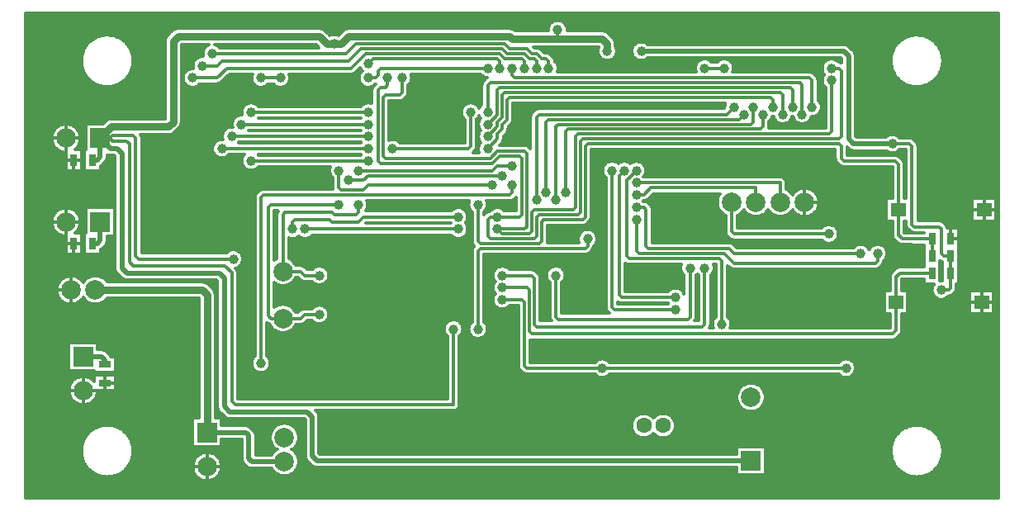
<source format=gbr>
%TF.GenerationSoftware,Novarm,DipTrace,3.2.0.1*%
%TF.CreationDate,2018-04-30T21:35:28+02:00*%
%FSLAX26Y26*%
%MOIN*%
%TF.FileFunction,Copper,L1,Top*%
%TF.Part,Single*%
%TA.AperFunction,Conductor*%
%ADD13C,0.011811*%
%ADD14C,0.029528*%
%ADD15C,0.019685*%
%TA.AperFunction,ComponentPad*%
%ADD19R,0.07874X0.07874*%
%ADD20C,0.07874*%
%ADD21R,0.027559X0.051181*%
%ADD22R,0.051181X0.027559*%
%TA.AperFunction,ComponentPad*%
%ADD23C,0.07874*%
%ADD33C,0.062992*%
%ADD37R,0.059055X0.055118*%
%TA.AperFunction,ViaPad*%
%ADD52C,0.03937*%
%TA.AperFunction,CopperBalancing*%
%ADD106C,0.011811*%
G75*
G01*
%LPD*%
X1742126Y1722441D2*
D13*
X2283465D1*
X2303150Y1742126D1*
X2362205D1*
X2322835Y1702756D2*
X1781496D1*
X1761811Y1683071D1*
X1702756D1*
X1663386Y1722441D2*
Y1653543D1*
X1673228Y1643701D1*
X1761811D1*
X1781496Y1663386D1*
X2283465D1*
X3710630Y925197D2*
X2726378D1*
X2421260D1*
X2411417Y935039D1*
Y1190945D1*
X2401575Y1200787D1*
X2322835D1*
X2726378Y925197D2*
D3*
X4057087Y1309055D2*
X3927165D1*
X3911417Y1293307D1*
Y1190945D1*
X2322835Y1250000D2*
X2421260D1*
X2431102Y1240157D1*
Y1072835D1*
X2440945Y1062992D1*
X3897638D1*
X3911417Y1076772D1*
Y1190945D1*
X2814961Y1722441D2*
X2795276Y1702756D1*
Y1220472D1*
X2805118Y1210630D1*
X3021654D1*
Y1161417D2*
X2775591D1*
X2765748Y1171260D1*
Y1722441D1*
X2864173D2*
X2824803Y1683071D1*
Y1377953D1*
X2834646Y1368110D1*
X3198819D1*
X3208661Y1358268D1*
Y1102362D1*
X3080709Y1328740D2*
Y1131890D1*
X3070866Y1122047D1*
X2549213D1*
X2539370Y1131890D1*
Y1299213D1*
X2460630Y1604331D2*
Y1938976D1*
X2470472Y1948819D1*
X3228346D1*
X3257874Y1978346D1*
X3336614D2*
Y1919291D1*
X3326772Y1909449D1*
X2549213D1*
X2539370Y1899606D1*
Y1604331D1*
X3139764Y1328740D2*
Y1102362D1*
X3129921Y1092520D1*
X2460630D1*
X2450787Y1102362D1*
Y1289370D1*
X2440945Y1299213D1*
X2322835D1*
X3139764Y2135827D2*
X3218504D1*
X3297244Y1948819D2*
X3277559Y1929134D1*
X2509843D1*
X2500000Y1919291D1*
Y1633858D1*
X3375984Y1948819D2*
Y1899606D1*
X3366142Y1889764D1*
X2588583D1*
X2578740Y1879921D1*
Y1633858D1*
X2509843Y2135827D2*
Y2165354D1*
X2500000Y2175197D1*
X2480315D1*
X2460630Y2194882D1*
X2440945D1*
X2421260Y2214567D1*
X2352362D1*
X2332677Y2234252D1*
X1732283D1*
X1692913Y2194882D1*
X1151575D1*
X1476378Y1486220D2*
Y1515748D1*
X1486220Y1525591D1*
X1624016D1*
X1633858Y1515748D1*
X1742126D1*
X1761811Y1535433D1*
X2145669D1*
X1525591Y1486220D2*
X2145669D1*
X2362205Y1663386D2*
Y1633858D1*
X2352362Y1624016D1*
X1358268D1*
X1348425Y1614173D1*
Y944882D1*
X2224409Y1584646D2*
Y1437008D1*
X2234252Y1427165D1*
X2470472D1*
X2480315Y1437008D1*
Y1515748D1*
X2490157Y1525591D1*
X2647638D1*
X2657480Y1535433D1*
Y1820866D1*
X2667323Y1830709D1*
X3681102D1*
X3690945Y1820866D1*
Y1771654D1*
X3700787Y1761811D1*
X3907480D1*
X3921260Y1748031D1*
Y1564961D1*
X4057087Y1377953D2*
Y1446850D1*
X3921260Y1564961D2*
Y1462598D1*
X3937008Y1446850D1*
X4057087D1*
X1742126Y1584646D2*
Y1555118D1*
X1732283Y1545276D1*
X1643701D1*
X1633858Y1555118D1*
X1446850D1*
X1437008Y1545276D1*
Y1315472D1*
X1509331D1*
X1525591Y1299213D1*
X1584646D1*
X1663386Y1584646D2*
X1387795D1*
X1377953Y1574803D1*
Y1137205D1*
X1389685Y1125472D1*
X1437008D1*
X1509331D1*
X1525591Y1141732D1*
X1584646D1*
X1781496Y1761811D2*
X1309055D1*
X2263780Y2135827D2*
X1830709D1*
X1820866Y2125984D1*
Y2106299D1*
X1811024Y2096457D1*
X1781496D1*
X3415354Y1978346D2*
Y2007874D1*
X3405512Y2017717D1*
X2352362D1*
X2342520Y2007874D1*
Y1929134D1*
X2322835Y1909449D1*
Y1889764D1*
X2303150Y1870079D1*
Y1850394D1*
X2263780Y1811024D1*
Y1860236D2*
X2303150Y1899606D1*
Y1919291D1*
X2322835Y1938976D1*
Y2027559D1*
X2332677Y2037402D1*
X3444882D1*
X3454724Y2027559D1*
Y1948819D1*
X3494094Y1978346D2*
Y2047244D1*
X3484252Y2057087D1*
X2312992D1*
X2303150Y2047244D1*
Y1948819D1*
X2263780Y1909449D1*
Y1958661D2*
Y2066929D1*
X2273622Y2076772D1*
X3523622D1*
X3533465Y2066929D1*
Y1948819D1*
X2312992Y2135827D2*
Y2165354D1*
X2303150Y2175197D1*
X1801181D1*
X1781496Y2155512D1*
X3572835Y1978346D2*
Y2086614D1*
X3562992Y2096457D1*
X2372047D1*
X2362205Y2106299D1*
Y2135827D1*
X3346457Y1594488D2*
Y1653543D1*
X2923228D1*
X2893701Y1624016D1*
X2864173D1*
X2303150Y1486220D2*
X2411417D1*
X2421260Y1496063D1*
Y1791339D1*
X2411417Y1801181D1*
X2303150D1*
X2273622Y1771654D1*
X1850394D1*
X1840551Y1781496D1*
Y2017717D1*
X1850394Y2027559D1*
X1909449D1*
X1919291Y2037402D1*
Y2096457D1*
X3651575Y2086614D2*
Y1879921D1*
X3641732Y1870079D1*
X2627953D1*
X2618110Y1860236D1*
Y1574803D1*
X2608268Y1564961D1*
X2450787D1*
X2440945Y1555118D1*
Y1476378D1*
X2431102Y1466535D1*
X2322835D1*
X2303150Y1486220D1*
X1860236Y2096457D2*
Y2066929D1*
X1850394Y2057087D1*
X1830709D1*
X1820866Y2047244D1*
Y1761811D1*
X1830709Y1751969D1*
X2283465D1*
X2312992Y1781496D1*
X2391732D1*
X2401575Y1771654D1*
Y1545276D1*
X2391732Y1535433D1*
X2303150D1*
X3651575Y2135827D2*
X3681102D1*
X3690945Y2125984D1*
Y1860236D1*
X3681102Y1850394D1*
X2647638D1*
X2637795Y1840551D1*
Y1555118D1*
X2627953Y1545276D1*
X2470472D1*
X2460630Y1535433D1*
Y1456693D1*
X2450787Y1446850D1*
X2273622D1*
X2263780Y1456693D1*
Y1525591D1*
X2273622Y1535433D1*
X2303150D1*
X2411417Y2135827D2*
Y2165354D1*
X2401575Y2175197D1*
X2332677D1*
X2312992Y2194882D1*
X1771654D1*
X1712598Y2135827D1*
X1210630D1*
X1171260Y2096457D1*
X1072835D1*
X1112205Y2145669D2*
X1171260D1*
X1190945Y2165354D1*
X1702756D1*
X1751969Y2214567D1*
X2322835D1*
X2342520Y2194882D1*
X2411417D1*
X2431102Y2175197D1*
X2450787D1*
X2460630Y2165354D1*
Y2135827D1*
X2864173Y1673228D2*
X3444882D1*
Y1594488D1*
X1190945Y1811024D2*
X1781496D1*
X1230315Y1860236D2*
X1781496D1*
X1269685Y1909449D2*
X1781496D1*
Y1958661D2*
X1309055D1*
X1427165Y2096457D2*
X1348425D1*
X3838583Y1387795D2*
Y1358268D1*
X3828740Y1348425D1*
X3257874D1*
X3218504Y1387795D1*
X2874016D1*
X2864173Y1397638D1*
Y1525591D1*
X3769685Y1387795D2*
X3257874D1*
X3238189Y1407480D1*
X2913386D1*
X2903543Y1417323D1*
Y1564961D1*
X2893701Y1574803D1*
X2864173D1*
X699845Y1852951D2*
D15*
Y1778093D1*
X687205Y1765453D1*
X668356D1*
X1237205Y1365453D2*
D13*
X855954D1*
X843454Y1377953D1*
Y1852953D1*
X830954Y1865453D1*
X749705D1*
X737203Y1852951D1*
X699845D1*
D15*
X741773Y1811024D1*
X767717D1*
X787402Y1791339D1*
Y1328740D1*
X807087Y1309055D1*
X1181102D1*
X1200787Y1289370D1*
Y770619D1*
X1223375Y748031D1*
X1535433D1*
X1555118Y728346D1*
Y570866D1*
X1574803Y551181D1*
X3326772D1*
X2194882Y1958661D2*
D13*
Y1820866D1*
X2185039Y1811024D1*
X1879921D1*
X699845Y1852951D2*
D14*
X746500Y1899606D1*
X974409D1*
X994094Y1919291D1*
Y2244094D1*
X1013780Y2263780D1*
X1584646D1*
X1614173Y2234252D1*
X1673228D1*
X1702756Y2263780D1*
X2352362D1*
X2362205Y2253937D1*
X2546407D1*
X2726378D1*
X2746063Y2234252D1*
Y2204724D1*
X2546407Y2291339D2*
D13*
Y2253937D1*
X2883858Y2204724D2*
D15*
X3700787D1*
X3720472Y2185039D1*
Y1850394D1*
X3740157Y1830709D1*
X3897638D1*
X4131890Y1309055D2*
D13*
Y1377953D1*
X4094488Y1240157D2*
X4124016D1*
X4131890Y1248031D1*
Y1309055D1*
Y1377953D2*
X4104331D1*
X4094488Y1387795D1*
Y1486220D1*
X4084646Y1496063D1*
X3986220D1*
X3976378Y1505906D1*
Y1820866D1*
X3966535Y1830709D1*
X3897638D1*
X3641732Y1466535D2*
X3257874D1*
X3248031Y1476378D1*
Y1594488D1*
X1643701Y2234252D2*
X1614173D1*
X2667323Y1446850D2*
Y1417323D1*
X2657480Y1407480D1*
X2234252D1*
X2224409Y1397638D1*
Y1082677D1*
X2125984D2*
Y777559D1*
X1243848D1*
X1230315Y791092D1*
Y1309843D1*
X1201575Y1338583D1*
X832824D1*
X816929Y1354478D1*
Y1829479D1*
X805955Y1840453D1*
X749705D1*
X737206Y1852951D1*
X699845Y1515454D2*
D15*
Y1440593D1*
X687205Y1427953D1*
X668356D1*
X680160Y1240451D2*
D14*
X1112206D1*
X1130954Y1221703D1*
Y665601D1*
X1443455Y547491D2*
D15*
X1311417D1*
X1299213Y559696D1*
Y653445D1*
X1287056Y665601D1*
X1130954D1*
X630955Y971849D2*
X705808D1*
X718454Y959203D1*
Y940353D1*
D52*
X1742126Y1722441D3*
X2362205Y1742126D3*
X2322835Y1702756D3*
X1702756Y1683071D3*
X1663386Y1722441D3*
X2283465Y1663386D3*
X3080709Y1328740D3*
X2539370Y1299213D3*
X3139764Y1328740D3*
X2322835Y1299213D3*
X1476378Y1486220D3*
X2145669Y1535433D3*
X1525591Y1486220D3*
X2145669D3*
X1348425Y944882D3*
X1742126Y1584646D3*
X1663386D3*
X2263780Y2135827D3*
X1781496Y2096457D3*
X2312992Y2135827D3*
X1781496Y2155512D3*
X2303150Y1486220D3*
X3651575Y2086614D3*
X2303150Y1486220D3*
Y1535433D3*
X3651575Y2135827D3*
X1190945Y1811024D3*
X1781496D3*
X1230315Y1860236D3*
X1781496D3*
X1269685Y1909449D3*
X1781496D3*
Y1958661D3*
X1309055D3*
X1427165Y2096457D3*
X1348425D3*
X2765748Y1722441D3*
X2814961D3*
X2864173D3*
X3021654Y1210630D3*
Y1161417D3*
X2460630Y1604331D3*
X2500000Y1633858D3*
X2539370Y1604331D3*
X2578740Y1633858D3*
X1860236Y2096457D3*
X3257874Y1978346D3*
X3297244Y1948819D3*
X3336614Y1978346D3*
X3375984Y1948819D3*
X3415354Y1978346D3*
X3454724Y1948819D3*
X3494094Y1978346D3*
X3533465Y1948819D3*
X3572835Y1978346D3*
X2263780Y1811024D3*
Y1860236D3*
Y1909449D3*
Y1958661D3*
X1919291Y2096457D3*
X2411417Y2135827D3*
X2362205D3*
X2460630D3*
X2509843D3*
X1072835Y2096457D3*
X1112205Y2145669D3*
X1151575Y2194882D3*
X3218504Y2135827D3*
X3139764D3*
X1237205Y1365453D3*
X2864173Y1673228D3*
Y1624016D3*
Y1574803D3*
Y1525591D3*
X2362205Y1663386D3*
X3208661Y1102362D3*
X2224409Y1584646D3*
X2322835Y1250000D3*
Y1200787D3*
X3710630Y925197D3*
X1309055Y1761811D3*
X1781496D3*
X3769685Y1387795D3*
X3838583D3*
X2726378Y925197D3*
X2883858Y2204724D3*
X1643701Y2234252D3*
X2546407Y2291339D3*
X1584646Y2096457D3*
X1012205Y1646703D3*
X1643701Y2096457D3*
X1062205Y1646703D3*
X1702756Y2096457D3*
X1879921Y1811024D3*
X2125984Y1958661D3*
X2273622Y1122047D3*
X2726378Y1446850D3*
X2194882Y1958661D3*
X1830709Y1584646D3*
X2627953Y2135827D3*
X3897638Y1830709D3*
X4094488Y1240157D3*
X3641732Y1466535D3*
X2746063Y2204724D3*
X2667323Y1446850D3*
X2224409Y1082677D3*
X1584646Y1299213D3*
Y1141732D3*
X1525591Y2096457D3*
X1978346D3*
X962205Y1646703D3*
X912205D3*
X1112205D3*
X2746063Y2135827D3*
X1663386Y1377953D3*
X1702756D3*
X1742126D3*
X2175197Y1122047D3*
Y1161417D3*
X2273622D3*
X2125984Y1082677D3*
X3080709Y2135827D3*
X1633858Y669291D3*
Y738189D3*
Y600394D3*
X2864173Y1279528D3*
X3248031D3*
X3996063Y728346D3*
X4133858Y590551D3*
X3996063Y452756D3*
X3858268Y590551D3*
X3897638Y688976D3*
X4094488D3*
Y492126D3*
X3897638D3*
X3996063Y2303150D3*
X4133858Y2165354D3*
X3996063Y2027559D3*
X3897638Y2263780D3*
X4094488D3*
Y2066929D3*
X3897638D3*
X728346Y2303150D3*
X590551Y2165354D3*
X629921Y2263780D3*
X826772D3*
Y2066929D3*
X629921D3*
X728346Y728346D3*
X866142Y590551D3*
X728346Y452756D3*
X590551Y590551D3*
X629921Y688976D3*
X826772D3*
Y492126D3*
X629921D3*
X400787Y2344619D2*
D106*
X4323618D1*
X400787Y2332940D2*
X4323618D1*
X400787Y2321260D2*
X2521999D1*
X2570798D2*
X4323618D1*
X400787Y2309580D2*
X2512033D1*
X2580786D2*
X4323618D1*
X400787Y2297900D2*
X2507927D1*
X2584892D2*
X4323618D1*
X400787Y2286220D2*
X988434D1*
X1609999D2*
X1677419D1*
X2734168D2*
X4323618D1*
X400787Y2274541D2*
X976761D1*
X1621671D2*
X1665723D1*
X2753568D2*
X4323618D1*
X400787Y2262861D2*
X689676D1*
X767010D2*
X965827D1*
X2765241D2*
X3957407D1*
X4034719D2*
X4323618D1*
X400787Y2251181D2*
X667622D1*
X789087D2*
X960730D1*
X2775507D2*
X3935331D1*
X4056795D2*
X4323618D1*
X400787Y2239501D2*
X653573D1*
X803112D2*
X959969D1*
X2779774D2*
X2867678D1*
X2900030D2*
X3921306D1*
X4070820D2*
X4323618D1*
X400787Y2227822D2*
X643446D1*
X813262D2*
X959969D1*
X1028236D2*
X1131713D1*
X1171445D2*
X1572827D1*
X2780189D2*
X2852661D1*
X3717852D2*
X3911155D1*
X4080971D2*
X4323618D1*
X400787Y2216142D2*
X635879D1*
X820806D2*
X959969D1*
X1028236D2*
X1119047D1*
X2473150D2*
X2708761D1*
X2783350D2*
X2846571D1*
X3730193D2*
X3903589D1*
X4088537D2*
X4323618D1*
X400787Y2204462D2*
X630298D1*
X826388D2*
X959969D1*
X1028236D2*
X1113741D1*
X2486298D2*
X2707008D1*
X2785126D2*
X2844795D1*
X3741865D2*
X3898007D1*
X4094119D2*
X4323618D1*
X400787Y2192782D2*
X626375D1*
X830332D2*
X959969D1*
X1028236D2*
X1112588D1*
X2517648D2*
X2708945D1*
X2783189D2*
X2846732D1*
X3748601D2*
X3894084D1*
X4098042D2*
X4323618D1*
X400787Y2181102D2*
X623907D1*
X832801D2*
X959969D1*
X1028236D2*
X1097640D1*
X2529252D2*
X2715266D1*
X2776845D2*
X2853076D1*
X3749685D2*
X3891617D1*
X4100509D2*
X4323618D1*
X400787Y2169423D2*
X622777D1*
X833908D2*
X959969D1*
X1028236D2*
X1081516D1*
X2534765D2*
X2731160D1*
X2760974D2*
X2868948D1*
X2898761D2*
X3121085D1*
X3158442D2*
X3199841D1*
X3237175D2*
X3632904D1*
X3670238D2*
X3691268D1*
X3749685D2*
X3890509D1*
X4101617D2*
X4323618D1*
X400787Y2157743D2*
X622984D1*
X833701D2*
X959969D1*
X1028236D2*
X1075126D1*
X2541916D2*
X3107682D1*
X3250577D2*
X3619501D1*
X3749685D2*
X3890693D1*
X4101433D2*
X4323618D1*
X400787Y2146063D2*
X624507D1*
X832201D2*
X959969D1*
X1028236D2*
X1073142D1*
X2547499D2*
X3102123D1*
X3256160D2*
X3613919D1*
X3749685D2*
X3892217D1*
X4099909D2*
X4323618D1*
X400787Y2134383D2*
X627391D1*
X829294D2*
X959969D1*
X1028236D2*
X1074871D1*
X2548860D2*
X3100739D1*
X3257521D2*
X3612558D1*
X3749685D2*
X3895122D1*
X4097004D2*
X4323618D1*
X400787Y2122703D2*
X631797D1*
X824888D2*
X959969D1*
X1028236D2*
X1044352D1*
X1734730D2*
X1753013D1*
X2546552D2*
X3103046D1*
X3255214D2*
X3614865D1*
X3749685D2*
X3899529D1*
X4092597D2*
X4323618D1*
X400787Y2111024D2*
X637933D1*
X818752D2*
X959969D1*
X1028236D2*
X1036693D1*
X1221088D2*
X1312291D1*
X1463307D2*
X1745354D1*
X1955425D2*
X2233967D1*
X3583685D2*
X3621440D1*
X3749685D2*
X3905665D1*
X4086461D2*
X4323618D1*
X400787Y2099344D2*
X646214D1*
X810493D2*
X959969D1*
X1028236D2*
X1033896D1*
X1209392D2*
X1309478D1*
X1466121D2*
X1742541D1*
X1958239D2*
X2252421D1*
X3594482D2*
X3614726D1*
X3749685D2*
X3913924D1*
X4078202D2*
X4323618D1*
X400787Y2087664D2*
X657333D1*
X799352D2*
X959969D1*
X1028236D2*
X1034827D1*
X1197720D2*
X1310400D1*
X1465175D2*
X1743487D1*
X1957316D2*
X2249261D1*
X3598080D2*
X3612534D1*
X3749685D2*
X3925042D1*
X4067084D2*
X4323618D1*
X400787Y2075984D2*
X673089D1*
X783619D2*
X959969D1*
X1028236D2*
X1039785D1*
X1185148D2*
X1315383D1*
X1460215D2*
X1748446D1*
X1952333D2*
X2240264D1*
X3598102D2*
X3614034D1*
X3749685D2*
X3940798D1*
X4051328D2*
X4323618D1*
X400787Y2064304D2*
X700678D1*
X756007D2*
X959969D1*
X1028236D2*
X1051642D1*
X1094028D2*
X1327217D1*
X1369626D2*
X1405972D1*
X1448358D2*
X1760303D1*
X1944559D2*
X2238512D1*
X3598102D2*
X3619778D1*
X3749685D2*
X3968411D1*
X4023715D2*
X4323618D1*
X400787Y2052625D2*
X959969D1*
X1028236D2*
X1796198D1*
X1944559D2*
X2238512D1*
X3598102D2*
X3626307D1*
X3749685D2*
X4323618D1*
X400787Y2040945D2*
X959969D1*
X1028236D2*
X1795598D1*
X1944559D2*
X2238512D1*
X3598102D2*
X3626307D1*
X3749685D2*
X4323618D1*
X400787Y2029265D2*
X959969D1*
X1028236D2*
X1795598D1*
X1943152D2*
X2238512D1*
X3598102D2*
X3626307D1*
X3749685D2*
X4323618D1*
X400787Y2017585D2*
X959969D1*
X1028236D2*
X1795598D1*
X1934732D2*
X2238512D1*
X3598102D2*
X3626307D1*
X3749685D2*
X4323618D1*
X400787Y2005906D2*
X959969D1*
X1028236D2*
X1795598D1*
X1921192D2*
X2238512D1*
X3599995D2*
X3626307D1*
X3749685D2*
X4323618D1*
X400787Y1994226D2*
X959969D1*
X1028236D2*
X1294852D1*
X1323259D2*
X1767293D1*
X1865827D2*
X2180678D1*
X2209085D2*
X2238512D1*
X3608391D2*
X3626307D1*
X3749685D2*
X4323618D1*
X400787Y1982546D2*
X959969D1*
X1028236D2*
X1278474D1*
X1865827D2*
X2164301D1*
X2225463D2*
X2233206D1*
X2367795D2*
X3219056D1*
X3611667D2*
X3626307D1*
X3749685D2*
X4323618D1*
X400787Y1970866D2*
X959969D1*
X1028236D2*
X1272014D1*
X1865827D2*
X2157841D1*
X2367795D2*
X2459576D1*
X3611136D2*
X3626307D1*
X3749685D2*
X4323618D1*
X400787Y1959186D2*
X959969D1*
X1028236D2*
X1270008D1*
X1865827D2*
X2155835D1*
X2367795D2*
X2445573D1*
X3606685D2*
X3626307D1*
X3749685D2*
X4323618D1*
X400787Y1947507D2*
X959969D1*
X1028236D2*
X1271692D1*
X1865827D2*
X2157518D1*
X2367795D2*
X2436923D1*
X3596004D2*
X3626307D1*
X3749685D2*
X4323618D1*
X400787Y1935827D2*
X959969D1*
X1028236D2*
X1241333D1*
X1865827D2*
X2163492D1*
X2226272D2*
X2232365D1*
X2367795D2*
X2435354D1*
X3412748D2*
X3417970D1*
X3491480D2*
X3496717D1*
X3570214D2*
X3626307D1*
X3749685D2*
X4323618D1*
X400787Y1924147D2*
X723332D1*
X1028236D2*
X1233605D1*
X1865827D2*
X2169606D1*
X2220157D2*
X2227694D1*
X2367265D2*
X2435354D1*
X3405898D2*
X3424804D1*
X3484652D2*
X3503537D1*
X3563385D2*
X3626307D1*
X3749685D2*
X4323618D1*
X400787Y1912467D2*
X711567D1*
X1027521D2*
X1230745D1*
X1865827D2*
X2169606D1*
X2220157D2*
X2224860D1*
X2361106D2*
X2435354D1*
X3401260D2*
X3442912D1*
X3466543D2*
X3521646D1*
X3545277D2*
X3626307D1*
X3749685D2*
X4323618D1*
X400787Y1900787D2*
X528866D1*
X595243D2*
X641117D1*
X1022538D2*
X1231644D1*
X1865827D2*
X2169606D1*
X2220157D2*
X2225745D1*
X2349433D2*
X2435354D1*
X3401260D2*
X3626307D1*
X3749685D2*
X4323618D1*
X400787Y1889108D2*
X516085D1*
X608022D2*
X641117D1*
X1011697D2*
X1204631D1*
X1865827D2*
X2169606D1*
X2220157D2*
X2230644D1*
X2348096D2*
X2435354D1*
X3749685D2*
X4323618D1*
X400787Y1877428D2*
X508773D1*
X615335D2*
X641117D1*
X1000024D2*
X1195381D1*
X1865827D2*
X2169606D1*
X2220157D2*
X2228846D1*
X2344705D2*
X2435354D1*
X3749685D2*
X4323618D1*
X400787Y1865748D2*
X504759D1*
X619349D2*
X641117D1*
X865051D2*
X1191667D1*
X1865827D2*
X2169606D1*
X2220157D2*
X2225126D1*
X2334070D2*
X2435354D1*
X3749685D2*
X3882089D1*
X3913194D2*
X4323618D1*
X400787Y1854068D2*
X503329D1*
X620780D2*
X641117D1*
X868696D2*
X1191760D1*
X1865827D2*
X2169606D1*
X2220157D2*
X2225214D1*
X2328417D2*
X2435354D1*
X3973634D2*
X4323618D1*
X400787Y1842388D2*
X504298D1*
X619811D2*
X641117D1*
X868718D2*
X1168529D1*
X1902322D2*
X2169606D1*
X2220157D2*
X2229192D1*
X2327056D2*
X2435354D1*
X3990105D2*
X4323618D1*
X400787Y1830709D2*
X507781D1*
X616327D2*
X641117D1*
X868718D2*
X1157411D1*
X2220157D2*
X2230253D1*
X2318730D2*
X2435354D1*
X3999563D2*
X4323618D1*
X400787Y1819029D2*
X514378D1*
X609730D2*
X641117D1*
X868718D2*
X1152751D1*
X2220089D2*
X2225592D1*
X2428789D2*
X2435367D1*
X4001661D2*
X4323618D1*
X400787Y1807349D2*
X525751D1*
X626707D2*
X635211D1*
X868718D2*
X1152059D1*
X2216005D2*
X2224900D1*
X3716213D2*
X3723471D1*
X4001661D2*
X4323618D1*
X400787Y1795669D2*
X555232D1*
X626707D2*
X635211D1*
X868718D2*
X1155150D1*
X2682748D2*
X3665661D1*
X3716213D2*
X3882089D1*
X3913194D2*
X3951110D1*
X4001661D2*
X4323618D1*
X400787Y1783990D2*
X560400D1*
X626707D2*
X635211D1*
X729063D2*
X733167D1*
X868718D2*
X1163247D1*
X1218643D2*
X1277181D1*
X2682748D2*
X3665661D1*
X3918085D2*
X3951110D1*
X4001661D2*
X4323618D1*
X400787Y1772310D2*
X560400D1*
X626707D2*
X635211D1*
X728462D2*
X758189D1*
X868718D2*
X1271484D1*
X2682748D2*
X3665661D1*
X3932249D2*
X3951110D1*
X4001661D2*
X4323618D1*
X400787Y1760630D2*
X560400D1*
X626707D2*
X635211D1*
X722949D2*
X758189D1*
X868718D2*
X1270008D1*
X2682748D2*
X3668337D1*
X3942975D2*
X3951110D1*
X4001661D2*
X4323618D1*
X400787Y1748950D2*
X560400D1*
X626707D2*
X635211D1*
X711530D2*
X758189D1*
X868718D2*
X1272245D1*
X2682748D2*
X2737528D1*
X2892394D2*
X3678395D1*
X3946528D2*
X3951108D1*
X4001661D2*
X4323618D1*
X400787Y1737270D2*
X560400D1*
X626707D2*
X635211D1*
X701496D2*
X758189D1*
X868718D2*
X1279028D1*
X1339083D2*
X1627360D1*
X2682748D2*
X2729707D1*
X2900214D2*
X3895976D1*
X3946528D2*
X3951108D1*
X4001661D2*
X4323618D1*
X400787Y1725591D2*
X560400D1*
X626707D2*
X635211D1*
X701496D2*
X758189D1*
X868718D2*
X1296812D1*
X1321298D2*
X1624453D1*
X2682748D2*
X2726823D1*
X2903098D2*
X3895976D1*
X3946528D2*
X3951108D1*
X4001661D2*
X4323618D1*
X400787Y1713911D2*
X758189D1*
X868718D2*
X1625307D1*
X2682748D2*
X2727677D1*
X2902244D2*
X3895976D1*
X3946528D2*
X3951108D1*
X4001661D2*
X4323618D1*
X400787Y1702231D2*
X758189D1*
X868718D2*
X1630175D1*
X2682748D2*
X2732545D1*
X2897377D2*
X3895976D1*
X3946528D2*
X3951108D1*
X4001661D2*
X4323618D1*
X400787Y1690551D2*
X758189D1*
X868718D2*
X1638110D1*
X2682748D2*
X2740480D1*
X3462807D2*
X3895976D1*
X3946528D2*
X3951108D1*
X4001661D2*
X4323618D1*
X400787Y1678871D2*
X758189D1*
X868718D2*
X1638110D1*
X2682748D2*
X2740480D1*
X3469496D2*
X3895976D1*
X3946528D2*
X3951108D1*
X4001661D2*
X4323618D1*
X400787Y1667192D2*
X758189D1*
X868718D2*
X1638110D1*
X2682748D2*
X2740480D1*
X3470165D2*
X3895976D1*
X3946528D2*
X3951108D1*
X4001661D2*
X4323618D1*
X400787Y1655512D2*
X758189D1*
X868718D2*
X1638110D1*
X2682748D2*
X2740480D1*
X3470165D2*
X3895976D1*
X3946528D2*
X3951108D1*
X4001661D2*
X4323618D1*
X400787Y1643832D2*
X758189D1*
X868718D2*
X1343388D1*
X2682748D2*
X2740480D1*
X3475702D2*
X3512487D1*
X3574112D2*
X3895976D1*
X3946528D2*
X3951108D1*
X4001661D2*
X4323618D1*
X400787Y1632152D2*
X758189D1*
X868718D2*
X1331139D1*
X2682748D2*
X2740480D1*
X3489589D2*
X3498615D1*
X3588022D2*
X3895976D1*
X3946528D2*
X3951108D1*
X4001661D2*
X4323618D1*
X400787Y1620472D2*
X758189D1*
X868718D2*
X1323987D1*
X2682748D2*
X2740480D1*
X2925406D2*
X3195480D1*
X3595843D2*
X3895976D1*
X3946528D2*
X3951108D1*
X4001661D2*
X4323618D1*
X400787Y1608793D2*
X758189D1*
X868718D2*
X1323157D1*
X2372386D2*
X2376311D1*
X2682748D2*
X2740480D1*
X2913732D2*
X3191098D1*
X3600248D2*
X3872354D1*
X4001661D2*
X4218819D1*
X4316614D2*
X4323619D1*
X400787Y1597113D2*
X758189D1*
X868718D2*
X1323157D1*
X1779067D2*
X2187461D1*
X2261358D2*
X2376299D1*
X2682748D2*
X2740480D1*
X2903975D2*
X3189345D1*
X3601979D2*
X3872354D1*
X4001661D2*
X4218819D1*
X4316614D2*
X4323619D1*
X400787Y1585433D2*
X758189D1*
X868718D2*
X1323157D1*
X1781167D2*
X2185362D1*
X2263457D2*
X2376299D1*
X2682748D2*
X2740480D1*
X2918323D2*
X3190013D1*
X3601332D2*
X3872354D1*
X4001661D2*
X4218819D1*
X4316614D2*
X4323619D1*
X400787Y1573753D2*
X758189D1*
X868718D2*
X1323157D1*
X1779575D2*
X2186953D1*
X2261866D2*
X2376299D1*
X2682748D2*
X2740480D1*
X2927159D2*
X3193151D1*
X3598172D2*
X3872354D1*
X4001661D2*
X4218819D1*
X4316614D2*
X4323619D1*
X400787Y1562073D2*
X527113D1*
X596996D2*
X641117D1*
X868718D2*
X1323157D1*
X1773715D2*
X2117563D1*
X2173768D2*
X2192812D1*
X2256007D2*
X2275051D1*
X2331256D2*
X2376299D1*
X2682748D2*
X2740480D1*
X2928819D2*
X3199287D1*
X3592059D2*
X3872354D1*
X4001661D2*
X4218819D1*
X4316614D2*
X4323619D1*
X400787Y1550394D2*
X515117D1*
X608969D2*
X641117D1*
X868718D2*
X1323157D1*
X1403236D2*
X1412293D1*
X2181634D2*
X2199134D1*
X2249685D2*
X2253324D1*
X2682748D2*
X2740480D1*
X2928819D2*
X3209853D1*
X3286218D2*
X3308285D1*
X3384629D2*
X3406696D1*
X3483060D2*
X3505129D1*
X3581493D2*
X3872354D1*
X4001661D2*
X4218819D1*
X4316614D2*
X4323619D1*
X400787Y1538714D2*
X508219D1*
X615888D2*
X641117D1*
X868718D2*
X1323157D1*
X1403236D2*
X1411740D1*
X2184587D2*
X2199134D1*
X2682748D2*
X2740480D1*
X2928819D2*
X3222748D1*
X3273299D2*
X3331054D1*
X3361860D2*
X3429487D1*
X3460293D2*
X3527896D1*
X3558702D2*
X3872354D1*
X4001661D2*
X4218819D1*
X4316614D2*
X4323619D1*
X400787Y1527034D2*
X504482D1*
X619602D2*
X641117D1*
X868718D2*
X1323157D1*
X1403236D2*
X1411740D1*
X2183780D2*
X2199134D1*
X2681249D2*
X2740480D1*
X2928819D2*
X3222748D1*
X3273299D2*
X3872354D1*
X4001661D2*
X4218819D1*
X4316614D2*
X4323619D1*
X400787Y1515354D2*
X503306D1*
X620780D2*
X641117D1*
X868718D2*
X1323157D1*
X1403236D2*
X1411740D1*
X2178958D2*
X2199134D1*
X2672668D2*
X2740480D1*
X2928819D2*
X3222748D1*
X3273299D2*
X3895976D1*
X3946528D2*
X3951108D1*
X4100256D2*
X4323618D1*
X400787Y1503675D2*
X504529D1*
X619580D2*
X641117D1*
X868718D2*
X1323157D1*
X1403236D2*
X1411740D1*
X2180457D2*
X2199134D1*
X2658827D2*
X2740480D1*
X2928819D2*
X3222748D1*
X3273299D2*
X3633135D1*
X3650329D2*
X3895976D1*
X3946528D2*
X3951218D1*
X4112298D2*
X4323618D1*
X400787Y1491995D2*
X508311D1*
X615797D2*
X641117D1*
X868718D2*
X1323157D1*
X1403236D2*
X1411740D1*
X2184286D2*
X2199134D1*
X2505583D2*
X2740480D1*
X2928819D2*
X3222748D1*
X3273299D2*
X3612512D1*
X3670953D2*
X3895976D1*
X3946528D2*
X3955516D1*
X4119056D2*
X4323618D1*
X400787Y1480315D2*
X515278D1*
X608829D2*
X641117D1*
X868718D2*
X1323157D1*
X1403236D2*
X1411740D1*
X2184264D2*
X2199134D1*
X2505583D2*
X2648413D1*
X2686232D2*
X2740480D1*
X2928819D2*
X3222748D1*
X3678197D2*
X3895976D1*
X3946528D2*
X3966703D1*
X4165031D2*
X4323618D1*
X400787Y1468635D2*
X527390D1*
X626707D2*
X635211D1*
X868718D2*
X1323157D1*
X1403236D2*
X1411740D1*
X2180388D2*
X2199134D1*
X2505583D2*
X2635150D1*
X2699496D2*
X2740480D1*
X2928819D2*
X3224039D1*
X3680734D2*
X3895976D1*
X4165031D2*
X4323618D1*
X400787Y1456955D2*
X560400D1*
X626707D2*
X635211D1*
X729063D2*
X758189D1*
X868718D2*
X1323157D1*
X1403236D2*
X1411740D1*
X1550804D2*
X2120448D1*
X2170883D2*
X2199134D1*
X2505583D2*
X2629636D1*
X2705009D2*
X2740480D1*
X2928819D2*
X3232206D1*
X3679558D2*
X3896646D1*
X4165031D2*
X4323618D1*
X400787Y1445276D2*
X560400D1*
X626707D2*
X635211D1*
X729063D2*
X758189D1*
X868718D2*
X1323157D1*
X1403236D2*
X1411740D1*
X1462291D2*
X2199134D1*
X2505583D2*
X2628298D1*
X2706348D2*
X2740480D1*
X2928819D2*
X3245354D1*
X3674252D2*
X3903335D1*
X4165031D2*
X4323618D1*
X400787Y1433596D2*
X560400D1*
X626707D2*
X635211D1*
X728163D2*
X758189D1*
X868718D2*
X1323157D1*
X1403236D2*
X1411740D1*
X1462291D2*
X2199387D1*
X2505353D2*
X2630675D1*
X2703971D2*
X2740480D1*
X2928819D2*
X3621854D1*
X3661610D2*
X3915008D1*
X4165031D2*
X4323618D1*
X400787Y1421916D2*
X560400D1*
X626707D2*
X635211D1*
X721934D2*
X758189D1*
X868718D2*
X1323157D1*
X1403236D2*
X1411740D1*
X1462291D2*
X2204440D1*
X2697005D2*
X2740480D1*
X3259021D2*
X3752075D1*
X3787310D2*
X3820958D1*
X3856193D2*
X4023937D1*
X4165031D2*
X4323618D1*
X400787Y1410236D2*
X560400D1*
X626707D2*
X635211D1*
X710307D2*
X758189D1*
X868718D2*
X1323157D1*
X1403236D2*
X1411740D1*
X1462291D2*
X2202686D1*
X2691538D2*
X2740480D1*
X3801382D2*
X3806886D1*
X3870264D2*
X4023937D1*
X4165031D2*
X4323618D1*
X400787Y1398556D2*
X560400D1*
X626707D2*
X635211D1*
X701496D2*
X758189D1*
X868718D2*
X1217619D1*
X1256776D2*
X1323157D1*
X1403236D2*
X1411740D1*
X1462291D2*
X2199156D1*
X2683810D2*
X2740480D1*
X3876077D2*
X4023937D1*
X4165031D2*
X4323618D1*
X400787Y1386877D2*
X560400D1*
X626707D2*
X635211D1*
X701496D2*
X758189D1*
X1269625D2*
X1323157D1*
X1403236D2*
X1411740D1*
X1462291D2*
X2199134D1*
X2671146D2*
X2740480D1*
X3877623D2*
X4023937D1*
X4165031D2*
X4323618D1*
X400787Y1375197D2*
X758189D1*
X1274976D2*
X1323157D1*
X1403236D2*
X1411740D1*
X1462291D2*
X2199134D1*
X2249685D2*
X2740480D1*
X3875478D2*
X4023937D1*
X4165031D2*
X4323618D1*
X400787Y1363517D2*
X758189D1*
X1276222D2*
X1323157D1*
X1469881D2*
X2199134D1*
X2249685D2*
X2740480D1*
X3868833D2*
X4023937D1*
X4165031D2*
X4323618D1*
X400787Y1351837D2*
X758189D1*
X1273731D2*
X1323157D1*
X1482799D2*
X2199134D1*
X2249685D2*
X2740480D1*
X3862975D2*
X4023937D1*
X4090244D2*
X4098748D1*
X4165031D2*
X4323618D1*
X400787Y1340157D2*
X758189D1*
X1266579D2*
X1323157D1*
X1490181D2*
X2199134D1*
X2249685D2*
X2740480D1*
X2820559D2*
X3043413D1*
X3177059D2*
X3183370D1*
X3855731D2*
X4023937D1*
X4090244D2*
X4098748D1*
X4165031D2*
X4323618D1*
X400787Y1328478D2*
X758189D1*
X1246925D2*
X1323157D1*
X1531589D2*
X1559424D1*
X1609860D2*
X2199134D1*
X2249685D2*
X2297613D1*
X2348049D2*
X2514156D1*
X2564592D2*
X2740480D1*
X2820559D2*
X3041661D1*
X3178811D2*
X3183391D1*
X3233945D2*
X3243186D1*
X3843436D2*
X3911732D1*
X4090244D2*
X4098748D1*
X4165031D2*
X4323618D1*
X400787Y1316798D2*
X760865D1*
X1254560D2*
X1323157D1*
X1619365D2*
X2199134D1*
X2249685D2*
X2288108D1*
X2458593D2*
X2504651D1*
X2574097D2*
X2740480D1*
X2820559D2*
X3043575D1*
X3176898D2*
X3183379D1*
X3233945D2*
X3899644D1*
X4090244D2*
X4098748D1*
X4165031D2*
X4323618D1*
X400787Y1305118D2*
X770207D1*
X1255598D2*
X1323157D1*
X1623240D2*
X2199134D1*
X2249685D2*
X2284232D1*
X2470197D2*
X2500776D1*
X2577972D2*
X2740480D1*
X2820559D2*
X3049919D1*
X3170554D2*
X3183394D1*
X3233945D2*
X3889240D1*
X4090244D2*
X4098748D1*
X4165031D2*
X4323618D1*
X400787Y1293438D2*
X558070D1*
X605392D2*
X656503D1*
X703825D2*
X781879D1*
X1255598D2*
X1323157D1*
X1623262D2*
X2199134D1*
X2249685D2*
X2284232D1*
X2475710D2*
X2500753D1*
X2577972D2*
X2740480D1*
X2820559D2*
X3055433D1*
X3105984D2*
X3114496D1*
X3165039D2*
X3183394D1*
X3233945D2*
X3886150D1*
X4090244D2*
X4098748D1*
X4165031D2*
X4323618D1*
X400787Y1281759D2*
X540469D1*
X622993D2*
X638902D1*
X721427D2*
X799528D1*
X1255598D2*
X1323157D1*
X1484853D2*
X1507797D1*
X1619433D2*
X2199134D1*
X2249685D2*
X2288039D1*
X2476055D2*
X2504583D1*
X2574165D2*
X2740480D1*
X2820559D2*
X3055433D1*
X3105984D2*
X3114496D1*
X3165039D2*
X3183394D1*
X3233945D2*
X3886150D1*
X3936701D2*
X4023937D1*
X4090244D2*
X4098748D1*
X4165031D2*
X4323618D1*
X400787Y1270079D2*
X531196D1*
X1127823D2*
X1171575D1*
X1255598D2*
X1323157D1*
X1473572D2*
X1559262D1*
X1610022D2*
X2199134D1*
X2249685D2*
X2289538D1*
X2476055D2*
X2513993D1*
X2564753D2*
X2740480D1*
X2820559D2*
X3055433D1*
X3105984D2*
X3114496D1*
X3165039D2*
X3183394D1*
X3233945D2*
X3886150D1*
X3936701D2*
X4023937D1*
X4165031D2*
X4323618D1*
X400787Y1258399D2*
X525866D1*
X1142033D2*
X1171575D1*
X1255598D2*
X1323157D1*
X1403236D2*
X1428371D1*
X1445659D2*
X2199134D1*
X2249685D2*
X2284717D1*
X2476055D2*
X2514087D1*
X2564638D2*
X2740480D1*
X2820559D2*
X3055433D1*
X3105984D2*
X3114496D1*
X3165039D2*
X3183394D1*
X3233945D2*
X3886150D1*
X3936701D2*
X4060108D1*
X4157165D2*
X4323618D1*
X400787Y1246719D2*
X523329D1*
X1153728D2*
X1171575D1*
X1255598D2*
X1323157D1*
X1403236D2*
X2199134D1*
X2249685D2*
X2283933D1*
X2476055D2*
X2514087D1*
X2564638D2*
X2740480D1*
X2820559D2*
X3008972D1*
X3034335D2*
X3055433D1*
X3105984D2*
X3114496D1*
X3165039D2*
X3183394D1*
X3233945D2*
X3886150D1*
X3936701D2*
X4056001D1*
X4157119D2*
X4323618D1*
X400787Y1235039D2*
X523260D1*
X1162264D2*
X1171575D1*
X1255598D2*
X1323157D1*
X1403236D2*
X2199134D1*
X2249685D2*
X2286862D1*
X2476055D2*
X2514087D1*
X2564638D2*
X2740480D1*
X2820559D2*
X2991510D1*
X3051797D2*
X3055438D1*
X3105984D2*
X3114496D1*
X3165039D2*
X3183394D1*
X3233945D2*
X3862528D1*
X3960323D2*
X4055770D1*
X4153360D2*
X4208969D1*
X4306764D2*
X4323618D1*
X400787Y1223360D2*
X525589D1*
X1165055D2*
X1171591D1*
X1255598D2*
X1323157D1*
X1403236D2*
X2199134D1*
X2249685D2*
X2291245D1*
X2476055D2*
X2514087D1*
X2564638D2*
X2740480D1*
X3105984D2*
X3114496D1*
X3165039D2*
X3183394D1*
X3233945D2*
X3862528D1*
X3960323D2*
X4059370D1*
X4142471D2*
X4208969D1*
X4306764D2*
X4323618D1*
X400787Y1211680D2*
X530711D1*
X1165079D2*
X1171592D1*
X1255598D2*
X1323157D1*
X1403236D2*
X2199134D1*
X2249685D2*
X2285386D1*
X2476055D2*
X2514087D1*
X2564638D2*
X2740480D1*
X3105984D2*
X3114496D1*
X3165039D2*
X3183394D1*
X3233945D2*
X3862528D1*
X3960323D2*
X4068344D1*
X4120648D2*
X4208969D1*
X4306764D2*
X4323618D1*
X400787Y1200000D2*
X539615D1*
X623870D2*
X638025D1*
X722281D2*
X1096810D1*
X1165079D2*
X1171592D1*
X1255598D2*
X1323157D1*
X1403236D2*
X2199134D1*
X2249685D2*
X2283794D1*
X2476055D2*
X2514087D1*
X2564638D2*
X2740480D1*
X3105984D2*
X3114496D1*
X3165039D2*
X3183394D1*
X3233945D2*
X3862528D1*
X3960323D2*
X4208969D1*
X4306764D2*
X4323618D1*
X400787Y1188320D2*
X556155D1*
X607307D2*
X654588D1*
X705740D2*
X1096810D1*
X1165079D2*
X1171592D1*
X1255598D2*
X1323157D1*
X1403236D2*
X2199134D1*
X2249685D2*
X2285894D1*
X2476055D2*
X2514087D1*
X2564638D2*
X2740480D1*
X2791031D2*
X2794836D1*
X3105984D2*
X3114496D1*
X3165039D2*
X3183394D1*
X3233945D2*
X3862528D1*
X3960323D2*
X4208969D1*
X4306764D2*
X4323618D1*
X400787Y1176640D2*
X1096810D1*
X1165079D2*
X1171592D1*
X1255598D2*
X1323157D1*
X1403236D2*
X1409455D1*
X1464552D2*
X1568766D1*
X1600517D2*
X2199134D1*
X2249685D2*
X2292469D1*
X2353193D2*
X2386150D1*
X2476055D2*
X2514087D1*
X2564638D2*
X2740480D1*
X3105984D2*
X3114496D1*
X3165039D2*
X3183394D1*
X3233945D2*
X3862528D1*
X3960323D2*
X4208969D1*
X4306764D2*
X4323618D1*
X400787Y1164961D2*
X1096810D1*
X1165079D2*
X1171592D1*
X1255598D2*
X1323157D1*
X1480077D2*
X1518016D1*
X1615743D2*
X2199134D1*
X2249685D2*
X2309378D1*
X2336307D2*
X2386150D1*
X2476055D2*
X2514087D1*
X2564638D2*
X2741310D1*
X3105984D2*
X3114496D1*
X3165039D2*
X3183394D1*
X3233945D2*
X3862528D1*
X3960323D2*
X4208969D1*
X4306764D2*
X4323618D1*
X400787Y1153281D2*
X1096810D1*
X1165079D2*
X1171592D1*
X1255598D2*
X1323157D1*
X1488589D2*
X1501891D1*
X1621902D2*
X2199134D1*
X2249685D2*
X2386150D1*
X2476055D2*
X2514087D1*
X2564638D2*
X2748462D1*
X3105984D2*
X3114496D1*
X3165039D2*
X3183394D1*
X3233945D2*
X3862528D1*
X3960323D2*
X4208969D1*
X4306764D2*
X4323618D1*
X400787Y1141601D2*
X1096810D1*
X1165079D2*
X1171592D1*
X1255598D2*
X1323157D1*
X1623701D2*
X2199134D1*
X2249685D2*
X2386150D1*
X2476055D2*
X2514087D1*
X3105984D2*
X3114496D1*
X3165039D2*
X3183394D1*
X3233945D2*
X3886150D1*
X3936701D2*
X4323618D1*
X400787Y1129921D2*
X1096810D1*
X1165079D2*
X1171592D1*
X1255598D2*
X1323157D1*
X1621810D2*
X2199134D1*
X2249685D2*
X2386150D1*
X2476055D2*
X2514178D1*
X3105892D2*
X3114492D1*
X3165039D2*
X3181501D1*
X3235814D2*
X3886150D1*
X3936701D2*
X4323618D1*
X400787Y1118241D2*
X1096810D1*
X1165079D2*
X1171592D1*
X1255598D2*
X1323157D1*
X1615535D2*
X2111773D1*
X2140180D2*
X2199134D1*
X2249685D2*
X2386150D1*
X2476055D2*
X2518331D1*
X3101740D2*
X3114488D1*
X3165039D2*
X3173108D1*
X3244234D2*
X3886150D1*
X3936701D2*
X4323618D1*
X400787Y1106562D2*
X1096810D1*
X1165079D2*
X1171592D1*
X1255598D2*
X1323157D1*
X1525453D2*
X1569412D1*
X1599871D2*
X2095417D1*
X2156558D2*
X2193828D1*
X2254991D2*
X2386150D1*
X3165039D2*
X3169831D1*
X3247487D2*
X3886150D1*
X3936701D2*
X4323618D1*
X400787Y1094882D2*
X1096810D1*
X1165079D2*
X1171592D1*
X1255598D2*
X1323157D1*
X1373709D2*
X1387079D1*
X1486951D2*
X2088959D1*
X2163017D2*
X2187369D1*
X2261450D2*
X2386150D1*
X3163840D2*
X3170360D1*
X3246979D2*
X3886150D1*
X3936701D2*
X4323618D1*
X400787Y1083202D2*
X1096810D1*
X1165079D2*
X1171592D1*
X1255598D2*
X1323157D1*
X1373709D2*
X1396768D1*
X1477262D2*
X2086929D1*
X2165025D2*
X2185362D1*
X2263457D2*
X2386150D1*
X3936701D2*
X4323618D1*
X400787Y1071522D2*
X1096810D1*
X1165079D2*
X1171592D1*
X1255598D2*
X1323157D1*
X1373709D2*
X1415777D1*
X1458255D2*
X2088613D1*
X2163364D2*
X2187046D1*
X2261773D2*
X2386150D1*
X3936125D2*
X4323618D1*
X400787Y1059843D2*
X1096810D1*
X1165079D2*
X1171592D1*
X1255598D2*
X1323157D1*
X1373709D2*
X2094588D1*
X2157388D2*
X2193020D1*
X2255799D2*
X2386150D1*
X3929735D2*
X4323618D1*
X400787Y1048163D2*
X1096810D1*
X1165079D2*
X1171592D1*
X1255598D2*
X1323157D1*
X1373709D2*
X2100701D1*
X2151252D2*
X2207622D1*
X2241197D2*
X2386150D1*
X3918062D2*
X4323618D1*
X400787Y1036483D2*
X1096810D1*
X1165079D2*
X1171592D1*
X1255598D2*
X1323157D1*
X1373709D2*
X2100701D1*
X2151252D2*
X2386150D1*
X2436701D2*
X4323618D1*
X400787Y1024803D2*
X572211D1*
X689685D2*
X1096810D1*
X1165079D2*
X1171592D1*
X1255598D2*
X1323157D1*
X1373709D2*
X2100701D1*
X2151252D2*
X2386150D1*
X2436701D2*
X4323618D1*
X400787Y1013123D2*
X572211D1*
X689685D2*
X1096810D1*
X1165079D2*
X1171592D1*
X1255598D2*
X1323157D1*
X1373709D2*
X2100701D1*
X2151252D2*
X2386150D1*
X2436701D2*
X4323618D1*
X400787Y1001444D2*
X572211D1*
X689685D2*
X1096810D1*
X1165079D2*
X1171592D1*
X1255598D2*
X1323157D1*
X1373709D2*
X2100701D1*
X2151252D2*
X2386150D1*
X2436701D2*
X4323618D1*
X400787Y989764D2*
X572211D1*
X728717D2*
X1096810D1*
X1165079D2*
X1171592D1*
X1255598D2*
X1323157D1*
X1373709D2*
X2100701D1*
X2151252D2*
X2386150D1*
X2436701D2*
X4323618D1*
X400787Y978084D2*
X572211D1*
X740366D2*
X1096810D1*
X1165079D2*
X1171592D1*
X1255598D2*
X1323157D1*
X1373709D2*
X2100701D1*
X2151252D2*
X2386150D1*
X2436701D2*
X4323618D1*
X400787Y966404D2*
X572211D1*
X763411D2*
X1096810D1*
X1165079D2*
X1171592D1*
X1255598D2*
X1316075D1*
X1380768D2*
X2100701D1*
X2151252D2*
X2386150D1*
X2436701D2*
X4323618D1*
X400787Y954724D2*
X572211D1*
X763411D2*
X1096810D1*
X1165079D2*
X1171592D1*
X1255598D2*
X1310677D1*
X1386189D2*
X2100701D1*
X2151252D2*
X2386150D1*
X2436701D2*
X2701471D1*
X2751285D2*
X3685731D1*
X3735521D2*
X4323618D1*
X400787Y943045D2*
X572211D1*
X763411D2*
X1096810D1*
X1165079D2*
X1171592D1*
X1255598D2*
X1309408D1*
X1387434D2*
X2100701D1*
X2151252D2*
X2386150D1*
X3745210D2*
X4323618D1*
X400787Y931365D2*
X572211D1*
X763411D2*
X1096810D1*
X1165079D2*
X1171592D1*
X1255598D2*
X1311853D1*
X1384990D2*
X2100701D1*
X2151252D2*
X2386425D1*
X3749178D2*
X4323618D1*
X400787Y919685D2*
X572211D1*
X763411D2*
X1096810D1*
X1165079D2*
X1171592D1*
X1255598D2*
X1318958D1*
X1377885D2*
X2100701D1*
X2151252D2*
X2391663D1*
X3749294D2*
X4323618D1*
X400787Y908005D2*
X1096810D1*
X1165079D2*
X1171592D1*
X1255598D2*
X1338613D1*
X1358230D2*
X2100701D1*
X2151252D2*
X2403197D1*
X3745556D2*
X4323618D1*
X400787Y896325D2*
X673504D1*
X763411D2*
X1096810D1*
X1165079D2*
X1171592D1*
X1255598D2*
X2100701D1*
X2151252D2*
X2700686D1*
X2752070D2*
X3684946D1*
X3736329D2*
X4323618D1*
X400787Y884646D2*
X602315D1*
X659580D2*
X673504D1*
X763411D2*
X1096810D1*
X1165079D2*
X1171592D1*
X1255598D2*
X2100701D1*
X2151252D2*
X4323618D1*
X400787Y872966D2*
X587367D1*
X763411D2*
X1096810D1*
X1165079D2*
X1171592D1*
X1255598D2*
X2100701D1*
X2151252D2*
X4323618D1*
X400787Y861286D2*
X579063D1*
X763411D2*
X1096810D1*
X1165079D2*
X1171592D1*
X1255598D2*
X2100701D1*
X2151252D2*
X3306209D1*
X3347327D2*
X4323618D1*
X400787Y849606D2*
X574357D1*
X763411D2*
X1096810D1*
X1165079D2*
X1171592D1*
X1255598D2*
X2100701D1*
X2151252D2*
X3286786D1*
X3366749D2*
X4323618D1*
X400787Y837927D2*
X572349D1*
X763411D2*
X1096810D1*
X1165079D2*
X1171592D1*
X1255598D2*
X2100701D1*
X2151252D2*
X3276982D1*
X3376554D2*
X4323618D1*
X400787Y826247D2*
X572741D1*
X689154D2*
X1096810D1*
X1165079D2*
X1171592D1*
X1255598D2*
X2100701D1*
X2151252D2*
X3271307D1*
X3382228D2*
X4323618D1*
X400787Y814567D2*
X575625D1*
X686294D2*
X1096810D1*
X1165079D2*
X1171592D1*
X1255598D2*
X2100701D1*
X2151252D2*
X3268516D1*
X3385020D2*
X4323618D1*
X400787Y802887D2*
X581392D1*
X680526D2*
X1096810D1*
X1165079D2*
X1171592D1*
X1255598D2*
X2100701D1*
X2151252D2*
X3268193D1*
X3385366D2*
X4323618D1*
X400787Y791207D2*
X591335D1*
X670560D2*
X1096810D1*
X1165079D2*
X1171592D1*
X2151252D2*
X3270269D1*
X3383266D2*
X4323618D1*
X400787Y779528D2*
X611335D1*
X650584D2*
X1096810D1*
X1165079D2*
X1171592D1*
X2151252D2*
X3275067D1*
X3378492D2*
X4323618D1*
X400787Y767848D2*
X1096810D1*
X1165079D2*
X1171701D1*
X2149223D2*
X3283487D1*
X3370072D2*
X4323618D1*
X400787Y756168D2*
X1096810D1*
X1165079D2*
X1175588D1*
X2138265D2*
X3298759D1*
X3354801D2*
X4323618D1*
X400787Y744488D2*
X1096810D1*
X1165079D2*
X1186084D1*
X1579226D2*
X4323618D1*
X400787Y732808D2*
X1096810D1*
X1165079D2*
X1197780D1*
X1583978D2*
X2862904D1*
X2924505D2*
X2941636D1*
X3003238D2*
X4323618D1*
X400787Y721129D2*
X1072219D1*
X1189693D2*
X1214320D1*
X1584323D2*
X2851623D1*
X3014518D2*
X4323618D1*
X400787Y709449D2*
X1072219D1*
X1189693D2*
X1525906D1*
X1584323D2*
X2845672D1*
X3020470D2*
X4323618D1*
X400787Y697769D2*
X1072219D1*
X1189693D2*
X1417299D1*
X1469627D2*
X1525906D1*
X1584323D2*
X2843064D1*
X3023077D2*
X4323618D1*
X400787Y686089D2*
X684924D1*
X771785D2*
X1072219D1*
X1307365D2*
X1401059D1*
X1485867D2*
X1525906D1*
X1584323D2*
X2843295D1*
X3022846D2*
X3952633D1*
X4039493D2*
X4323618D1*
X400787Y674409D2*
X664877D1*
X791808D2*
X1072219D1*
X1319083D2*
X1392270D1*
X1494656D2*
X1525906D1*
X1584323D2*
X2846409D1*
X3019732D2*
X3932585D1*
X4059541D2*
X4323618D1*
X400787Y662730D2*
X651659D1*
X805050D2*
X1072219D1*
X1326833D2*
X1387218D1*
X1499685D2*
X1525906D1*
X1584323D2*
X2853054D1*
X3013088D2*
X3919367D1*
X4072759D2*
X4323618D1*
X400787Y651050D2*
X642016D1*
X814693D2*
X1072219D1*
X1328425D2*
X1384934D1*
X1501970D2*
X1525906D1*
X1584323D2*
X2865764D1*
X2921646D2*
X2944496D1*
X3000378D2*
X3909724D1*
X4082402D2*
X4323618D1*
X400787Y639370D2*
X634819D1*
X821890D2*
X1072219D1*
X1328425D2*
X1385096D1*
X1501831D2*
X1525906D1*
X1584323D2*
X3902528D1*
X4089598D2*
X4323618D1*
X400787Y627690D2*
X629535D1*
X827172D2*
X1072219D1*
X1189693D2*
X1270008D1*
X1328425D2*
X1387680D1*
X1499224D2*
X1525906D1*
X1584323D2*
X3897245D1*
X4094881D2*
X4323618D1*
X400787Y616010D2*
X625845D1*
X830840D2*
X1072219D1*
X1189693D2*
X1270008D1*
X1328425D2*
X1393100D1*
X1493827D2*
X1525906D1*
X1584323D2*
X3893577D1*
X4098549D2*
X4323618D1*
X400787Y604331D2*
X623608D1*
X833077D2*
X1270008D1*
X1328425D2*
X1402490D1*
X1484437D2*
X1525906D1*
X1584323D2*
X3268031D1*
X3385504D2*
X3891340D1*
X4100786D2*
X4323618D1*
X400787Y592651D2*
X622731D1*
X833978D2*
X1270008D1*
X1328425D2*
X1406596D1*
X1480331D2*
X1525906D1*
X1584323D2*
X3268031D1*
X3385504D2*
X3890440D1*
X4101686D2*
X4323618D1*
X400787Y580971D2*
X623146D1*
X833539D2*
X1107720D1*
X1154190D2*
X1270008D1*
X1328425D2*
X1395453D1*
X1491450D2*
X1525906D1*
X1585846D2*
X3268031D1*
X3385504D2*
X3890854D1*
X4101272D2*
X4323618D1*
X400787Y569291D2*
X624899D1*
X831808D2*
X1089866D1*
X1172045D2*
X1270008D1*
X1497909D2*
X1525951D1*
X3385504D2*
X3892608D1*
X4099518D2*
X4323618D1*
X400787Y557612D2*
X628037D1*
X828648D2*
X1080524D1*
X1181365D2*
X1270076D1*
X1501301D2*
X1529227D1*
X3385504D2*
X3895745D1*
X4096381D2*
X4323618D1*
X400787Y545932D2*
X632719D1*
X823988D2*
X1075148D1*
X1186762D2*
X1273606D1*
X1502177D2*
X1539239D1*
X3385504D2*
X3900428D1*
X4091698D2*
X4323618D1*
X400787Y534252D2*
X639178D1*
X817530D2*
X1072564D1*
X1189323D2*
X1283825D1*
X1500655D2*
X1550911D1*
X3385504D2*
X3906887D1*
X4085239D2*
X4323618D1*
X400787Y522572D2*
X647852D1*
X808833D2*
X1072449D1*
X1189462D2*
X1297390D1*
X1496525D2*
X3268031D1*
X3385504D2*
X3915562D1*
X4076564D2*
X4323618D1*
X400787Y510892D2*
X659594D1*
X797114D2*
X1074756D1*
X1187155D2*
X1397852D1*
X1489051D2*
X3268031D1*
X3385504D2*
X3927303D1*
X4064823D2*
X4323618D1*
X400787Y499213D2*
X676480D1*
X780228D2*
X1079808D1*
X1182080D2*
X1410932D1*
X1475971D2*
X3268031D1*
X3385504D2*
X3944189D1*
X4047937D2*
X4323618D1*
X400787Y487533D2*
X709860D1*
X746825D2*
X1088643D1*
X1173268D2*
X3977570D1*
X4014556D2*
X4323618D1*
X400787Y475853D2*
X1104999D1*
X1156912D2*
X4323618D1*
X400787Y464173D2*
X4323618D1*
X400787Y452493D2*
X4323618D1*
X400787Y440814D2*
X4323618D1*
X400787Y429134D2*
X4323618D1*
X400787Y417454D2*
X4323618D1*
X400787Y405774D2*
X4323618D1*
X3275118Y608740D2*
X3384331D1*
Y493622D1*
X3269213D1*
Y523126D1*
X1574803Y523150D1*
X1570419Y523495D1*
X1566140Y524521D1*
X1562077Y526205D1*
X1558327Y528503D1*
X1554976Y531366D1*
X1533803Y552661D1*
X1531218Y556219D1*
X1529220Y560139D1*
X1527861Y564323D1*
X1527173Y568667D1*
X1527087Y594488D1*
X1526945Y716877D1*
X1523622Y720000D1*
X1221176Y720087D1*
X1216832Y720774D1*
X1212648Y722134D1*
X1208728Y724131D1*
X1205171Y726717D1*
X1186850Y744913D1*
X1179472Y752415D1*
X1176887Y755972D1*
X1174890Y759892D1*
X1173530Y764076D1*
X1172843Y768420D1*
X1172756Y794241D1*
X1172614Y1277900D1*
X1169291Y1281024D1*
X804887Y1281110D1*
X800543Y1281798D1*
X796360Y1283157D1*
X792440Y1285155D1*
X788882Y1287740D1*
X770562Y1305937D1*
X766087Y1310535D1*
X763501Y1314093D1*
X761504Y1318013D1*
X760144Y1322197D1*
X759457Y1326541D1*
X759370Y1352362D1*
X759228Y1779869D1*
X755906Y1782992D1*
X739573Y1783079D1*
X735230Y1783766D1*
X731046Y1785126D1*
X729039Y1786051D1*
X727877Y1782085D1*
X727790Y1775894D1*
X727102Y1771550D1*
X725743Y1767366D1*
X723745Y1763446D1*
X721160Y1759888D1*
X707026Y1745631D1*
X703681Y1742774D1*
X701844Y1741547D1*
X700324Y1738366D1*
Y1721673D1*
X636387D1*
Y1809232D1*
X642269D1*
X642286Y1910510D1*
X710823D1*
X725098Y1924664D1*
X729282Y1927703D1*
X733890Y1930051D1*
X738807Y1931648D1*
X743915Y1932458D1*
X764217Y1932559D1*
X960782D1*
X961142Y1937008D1*
X961243Y2246680D1*
X962052Y2251787D1*
X963650Y2256705D1*
X965997Y2261312D1*
X969037Y2265496D1*
X983320Y2279923D1*
X992378Y2288837D1*
X996562Y2291877D1*
X1001169Y2294224D1*
X1006087Y2295822D1*
X1011194Y2296631D1*
X1031496Y2296732D1*
X1587231Y2296631D1*
X1592339Y2295822D1*
X1597256Y2294224D1*
X1601864Y2291877D1*
X1606047Y2288837D1*
X1620474Y2274554D1*
X1626852Y2268176D1*
X1631997Y2270272D1*
X1637776Y2271660D1*
X1643701Y2272126D1*
X1649626Y2271660D1*
X1655404Y2270272D1*
X1660547Y2268159D1*
X1681354Y2288837D1*
X1685538Y2291877D1*
X1690146Y2294224D1*
X1695063Y2295822D1*
X1700171Y2296631D1*
X1720472Y2296732D1*
X2354948Y2296631D1*
X2360055Y2295822D1*
X2364972Y2294224D1*
X2369580Y2291877D1*
X2373764Y2288837D1*
X2375843Y2286902D1*
X2508804Y2286890D1*
X2508533Y2291339D1*
X2508999Y2297264D1*
X2510387Y2303042D1*
X2512661Y2308533D1*
X2515766Y2313600D1*
X2519626Y2318119D1*
X2524146Y2321979D1*
X2529213Y2325084D1*
X2534703Y2327358D1*
X2540482Y2328747D1*
X2546407Y2329213D1*
X2552332Y2328747D1*
X2558110Y2327358D1*
X2563601Y2325084D1*
X2568668Y2321979D1*
X2573188Y2318119D1*
X2577047Y2313600D1*
X2580152Y2308533D1*
X2582427Y2303042D1*
X2583815Y2297264D1*
X2584281Y2291339D1*
X2583988Y2286879D1*
X2728963Y2286789D1*
X2734071Y2285979D1*
X2738988Y2284382D1*
X2743596Y2282034D1*
X2747780Y2278995D1*
X2762206Y2264711D1*
X2771121Y2255654D1*
X2774160Y2251470D1*
X2776508Y2246862D1*
X2778105Y2241945D1*
X2778915Y2236837D1*
X2779016Y2223387D1*
X2781054Y2219218D1*
X2782891Y2213566D1*
X2783820Y2207696D1*
Y2201753D1*
X2782891Y2195883D1*
X2781054Y2190231D1*
X2778356Y2184936D1*
X2774862Y2180127D1*
X2770660Y2175925D1*
X2765852Y2172432D1*
X2760556Y2169734D1*
X2754904Y2167896D1*
X2749034Y2166967D1*
X2743092D1*
X2737222Y2167896D1*
X2731570Y2169734D1*
X2726274Y2172432D1*
X2721466Y2175925D1*
X2717264Y2180127D1*
X2713770Y2184936D1*
X2711072Y2190231D1*
X2709235Y2195883D1*
X2708306Y2201753D1*
Y2207696D1*
X2709235Y2213566D1*
X2711072Y2219218D1*
X2711885Y2220980D1*
X2448896Y2220984D1*
X2450938Y2218963D1*
X2462521Y2218902D1*
X2466255Y2218311D1*
X2469850Y2217143D1*
X2473219Y2215427D1*
X2476278Y2213203D1*
X2490308Y2199278D1*
X2501891Y2199217D1*
X2505625Y2198626D1*
X2509220Y2197457D1*
X2512589Y2195741D1*
X2515648Y2193518D1*
X2526881Y2182392D1*
X2529336Y2179517D1*
X2531311Y2176293D1*
X2532757Y2172801D1*
X2533640Y2169123D1*
X2533937Y2165346D1*
X2536623Y2162608D1*
X2540483Y2158088D1*
X2543588Y2153021D1*
X2545862Y2147530D1*
X2547251Y2141752D1*
X2547717Y2135827D1*
X2547251Y2129902D1*
X2545862Y2124123D1*
X2544469Y2120542D1*
X3105092Y2120551D1*
X3103744Y2124123D1*
X3102356Y2129902D1*
X3101890Y2135827D1*
X3102356Y2141752D1*
X3103744Y2147530D1*
X3106018Y2153021D1*
X3109123Y2158088D1*
X3112983Y2162608D1*
X3117503Y2166467D1*
X3122570Y2169572D1*
X3128060Y2171846D1*
X3133839Y2173235D1*
X3139764Y2173701D1*
X3145689Y2173235D1*
X3151467Y2171846D1*
X3156958Y2169572D1*
X3162025Y2166467D1*
X3166545Y2162608D1*
X3168959Y2159923D1*
X3189291Y2159921D1*
X3191723Y2162608D1*
X3196243Y2166467D1*
X3201310Y2169572D1*
X3206801Y2171846D1*
X3212579Y2173235D1*
X3218504Y2173701D1*
X3224429Y2173235D1*
X3230207Y2171846D1*
X3235698Y2169572D1*
X3240765Y2166467D1*
X3245285Y2162608D1*
X3249144Y2158088D1*
X3252249Y2153021D1*
X3254524Y2147530D1*
X3255912Y2141752D1*
X3256378Y2135827D1*
X3255912Y2129902D1*
X3254524Y2124123D1*
X3253130Y2120542D1*
X3564883Y2120476D1*
X3568617Y2119886D1*
X3572213Y2118717D1*
X3575581Y2117001D1*
X3578640Y2114778D1*
X3589873Y2103652D1*
X3592328Y2100777D1*
X3594303Y2097552D1*
X3595749Y2094060D1*
X3596633Y2090383D1*
X3596929Y2086606D1*
Y2007559D1*
X3599615Y2005127D1*
X3603475Y2000608D1*
X3606580Y1995541D1*
X3608854Y1990050D1*
X3610243Y1984272D1*
X3610709Y1978346D1*
X3610243Y1972421D1*
X3608854Y1966643D1*
X3606580Y1961152D1*
X3603475Y1956085D1*
X3599615Y1951566D1*
X3595096Y1947706D1*
X3590029Y1944601D1*
X3584538Y1942327D1*
X3578760Y1940938D1*
X3572835Y1940472D1*
X3570432Y1940567D1*
X3569484Y1937115D1*
X3567210Y1931625D1*
X3564105Y1926558D1*
X3560245Y1922038D1*
X3555726Y1918178D1*
X3550659Y1915073D1*
X3545168Y1912799D1*
X3539390Y1911411D1*
X3533465Y1910945D1*
X3527539Y1911411D1*
X3521761Y1912799D1*
X3516270Y1915073D1*
X3511203Y1918178D1*
X3506684Y1922038D1*
X3502824Y1926558D1*
X3499719Y1931625D1*
X3497445Y1937115D1*
X3496521Y1940559D1*
X3491692Y1940567D1*
X3490744Y1937115D1*
X3488470Y1931625D1*
X3485365Y1926558D1*
X3481505Y1922038D1*
X3476986Y1918178D1*
X3471919Y1915073D1*
X3466428Y1912799D1*
X3460650Y1911411D1*
X3454724Y1910945D1*
X3448799Y1911411D1*
X3443021Y1912799D1*
X3437530Y1915073D1*
X3432463Y1918178D1*
X3427944Y1922038D1*
X3424084Y1926558D1*
X3420979Y1931625D1*
X3418705Y1937115D1*
X3417781Y1940559D1*
X3412951Y1940567D1*
X3412004Y1937115D1*
X3409730Y1931625D1*
X3406625Y1926558D1*
X3402765Y1922038D1*
X3400080Y1919623D1*
X3400004Y1897715D1*
X3399781Y1895829D1*
X3401575Y1894173D1*
X3627484D1*
X3627480Y2057387D1*
X3624794Y2059833D1*
X3620934Y2064353D1*
X3617829Y2069420D1*
X3615555Y2074911D1*
X3614167Y2080689D1*
X3613701Y2086614D1*
X3614167Y2092539D1*
X3615555Y2098318D1*
X3617829Y2103808D1*
X3620934Y2108875D1*
X3622776Y2111230D1*
X3619282Y2116038D1*
X3616584Y2121333D1*
X3614747Y2126986D1*
X3613818Y2132856D1*
Y2138798D1*
X3614747Y2144668D1*
X3616584Y2150320D1*
X3619282Y2155615D1*
X3622776Y2160424D1*
X3626978Y2164626D1*
X3631786Y2168119D1*
X3637081Y2170818D1*
X3642734Y2172655D1*
X3648604Y2173584D1*
X3654546D1*
X3660416Y2172655D1*
X3666068Y2170818D1*
X3671364Y2168119D1*
X3676172Y2164626D1*
X3680374Y2160424D1*
X3680770Y2159923D1*
X3684871Y2159625D1*
X3688549Y2158741D1*
X3692047Y2157291D1*
X3692441Y2157480D1*
X3692299Y2173570D1*
X3688976Y2176693D1*
X2909333D1*
X2906119Y2174084D1*
X2901052Y2170979D1*
X2895562Y2168705D1*
X2889783Y2167316D1*
X2883858Y2166850D1*
X2877933Y2167316D1*
X2872155Y2168705D1*
X2866664Y2170979D1*
X2861597Y2174084D1*
X2857077Y2177944D1*
X2853218Y2182463D1*
X2850113Y2187530D1*
X2847839Y2193021D1*
X2846450Y2198799D1*
X2845984Y2204724D1*
X2846450Y2210650D1*
X2847839Y2216428D1*
X2850113Y2221919D1*
X2853218Y2226986D1*
X2857077Y2231505D1*
X2861597Y2235365D1*
X2866664Y2238470D1*
X2872155Y2240744D1*
X2877933Y2242133D1*
X2883858Y2242598D1*
X2889783Y2242133D1*
X2895562Y2240744D1*
X2901052Y2238470D1*
X2906119Y2235365D1*
X2909283Y2232759D1*
X3702987Y2232669D1*
X3707331Y2231982D1*
X3711514Y2230622D1*
X3715434Y2228625D1*
X3718992Y2226039D1*
X3737312Y2207843D1*
X3741787Y2203244D1*
X3744373Y2199686D1*
X3746370Y2195766D1*
X3747730Y2191583D1*
X3748417Y2187239D1*
X3748504Y2161417D1*
X3748646Y1861864D1*
X3751969Y1858740D1*
X3872178D1*
X3875377Y1861349D1*
X3880444Y1864454D1*
X3885934Y1866728D1*
X3891713Y1868117D1*
X3897638Y1868583D1*
X3903563Y1868117D1*
X3909341Y1866728D1*
X3914832Y1864454D1*
X3919899Y1861349D1*
X3924419Y1857490D1*
X3926833Y1854804D1*
X3968427Y1854728D1*
X3972160Y1854138D1*
X3975756Y1852969D1*
X3979125Y1851252D1*
X3982184Y1849030D1*
X3993415Y1837903D1*
X3995871Y1835029D1*
X3997846Y1831804D1*
X3999293Y1828312D1*
X4000176Y1824635D1*
X4000472Y1820858D1*
Y1520169D1*
X4086537Y1520084D1*
X4090270Y1519492D1*
X4093866Y1518324D1*
X4097235Y1516608D1*
X4100294Y1514385D1*
X4111526Y1503259D1*
X4113982Y1500383D1*
X4115957Y1497159D1*
X4117404Y1493667D1*
X4117919Y1491839D1*
X4118819Y1490630D1*
X4163858D1*
Y1265276D1*
X4155992D1*
X4155909Y1246140D1*
X4155319Y1242407D1*
X4154151Y1238811D1*
X4152434Y1235442D1*
X4150211Y1232383D1*
X4141054Y1223119D1*
X4138178Y1220664D1*
X4134954Y1218689D1*
X4131462Y1217243D1*
X4127785Y1216360D1*
X4124008Y1216063D1*
X4121269Y1213377D1*
X4116749Y1209517D1*
X4111682Y1206412D1*
X4106192Y1204138D1*
X4100413Y1202749D1*
X4094488Y1202283D1*
X4088563Y1202749D1*
X4082785Y1204138D1*
X4077294Y1206412D1*
X4072227Y1209517D1*
X4067707Y1213377D1*
X4063848Y1217896D1*
X4060743Y1222963D1*
X4058469Y1228454D1*
X4057080Y1234232D1*
X4056614Y1240157D1*
X4057080Y1246083D1*
X4058469Y1251861D1*
X4060743Y1257352D1*
X4063848Y1262419D1*
X4066169Y1265276D1*
X4025118D1*
Y1284953D1*
X3937154Y1284961D1*
X3935509Y1283323D1*
X3935512Y1236675D1*
X3959134Y1236693D1*
Y1145197D1*
X3935535D1*
X3935437Y1074881D1*
X3934846Y1071147D1*
X3933677Y1067551D1*
X3931962Y1064182D1*
X3929739Y1061123D1*
X3914676Y1045954D1*
X3911801Y1043499D1*
X3908576Y1041524D1*
X3905084Y1040077D1*
X3901407Y1039194D1*
X3897630Y1038898D1*
X2439054Y1038972D1*
X2437168Y1039196D1*
X2435512Y1037402D1*
Y949303D1*
X2697135Y949291D1*
X2699597Y951978D1*
X2704117Y955837D1*
X2709184Y958942D1*
X2714675Y961217D1*
X2720453Y962605D1*
X2726378Y963071D1*
X2732303Y962605D1*
X2738081Y961217D1*
X2743572Y958942D1*
X2748639Y955837D1*
X2753159Y951978D1*
X2755573Y949293D1*
X3681387Y949291D1*
X3683849Y951978D1*
X3688369Y955837D1*
X3693436Y958942D1*
X3698927Y961217D1*
X3704705Y962605D1*
X3710630Y963071D1*
X3716555Y962605D1*
X3722333Y961217D1*
X3727824Y958942D1*
X3732891Y955837D1*
X3737411Y951978D1*
X3741270Y947458D1*
X3744375Y942391D1*
X3746650Y936900D1*
X3748038Y931122D1*
X3748504Y925197D1*
X3748038Y919272D1*
X3746650Y913493D1*
X3744375Y908003D1*
X3741270Y902936D1*
X3737411Y898416D1*
X3732891Y894556D1*
X3727824Y891451D1*
X3722333Y889177D1*
X3716555Y887789D1*
X3710630Y887323D1*
X3704705Y887789D1*
X3698927Y889177D1*
X3693436Y891451D1*
X3688369Y894556D1*
X3683849Y898416D1*
X3681434Y901101D1*
X2755621Y901102D1*
X2753159Y898416D1*
X2748639Y894556D1*
X2743572Y891451D1*
X2738081Y889177D1*
X2732303Y887789D1*
X2726378Y887323D1*
X2720453Y887789D1*
X2714675Y889177D1*
X2709184Y891451D1*
X2704117Y894556D1*
X2699597Y898416D1*
X2697182Y901101D1*
X2419369Y901177D1*
X2415635Y901768D1*
X2412039Y902936D1*
X2408671Y904652D1*
X2405612Y906875D1*
X2394379Y918001D1*
X2391924Y920877D1*
X2389949Y924101D1*
X2388503Y927593D1*
X2387619Y931270D1*
X2387323Y935039D1*
Y1176681D1*
X2352047Y1176693D1*
X2349615Y1174007D1*
X2345096Y1170147D1*
X2340029Y1167042D1*
X2334538Y1164768D1*
X2328760Y1163379D1*
X2322835Y1162913D1*
X2316909Y1163379D1*
X2311131Y1164768D1*
X2305640Y1167042D1*
X2300573Y1170147D1*
X2296054Y1174007D1*
X2292194Y1178526D1*
X2289089Y1183593D1*
X2286815Y1189084D1*
X2285427Y1194862D1*
X2284961Y1200787D1*
X2285427Y1206713D1*
X2286815Y1212491D1*
X2289089Y1217982D1*
X2292194Y1223049D1*
X2294035Y1225403D1*
X2290542Y1230211D1*
X2287844Y1235507D1*
X2286007Y1241159D1*
X2285077Y1247029D1*
Y1252971D1*
X2286007Y1258841D1*
X2287844Y1264493D1*
X2290542Y1269789D1*
X2294035Y1274615D1*
X2290542Y1279424D1*
X2287844Y1284719D1*
X2286007Y1290371D1*
X2285077Y1296241D1*
Y1302184D1*
X2286007Y1308054D1*
X2287844Y1313706D1*
X2290542Y1319001D1*
X2294035Y1323810D1*
X2298238Y1328012D1*
X2303046Y1331505D1*
X2308341Y1334203D1*
X2313993Y1336041D1*
X2319864Y1336970D1*
X2325806D1*
X2331676Y1336041D1*
X2337328Y1334203D1*
X2342623Y1331505D1*
X2347432Y1328012D1*
X2351634Y1323810D1*
X2352030Y1323308D1*
X2442836Y1323234D1*
X2446570Y1322642D1*
X2450165Y1321474D1*
X2453534Y1319757D1*
X2456593Y1317534D1*
X2467825Y1306408D1*
X2470281Y1303533D1*
X2472256Y1300308D1*
X2473703Y1296816D1*
X2474585Y1293139D1*
X2474882Y1289362D1*
Y1116610D1*
X2520723Y1116614D1*
X2518827Y1119301D1*
X2517110Y1122669D1*
X2515941Y1126265D1*
X2515350Y1129999D1*
X2515276Y1161417D1*
Y1270000D1*
X2512589Y1272432D1*
X2508730Y1276951D1*
X2505625Y1282018D1*
X2503350Y1287509D1*
X2501962Y1293287D1*
X2501496Y1299213D1*
X2501962Y1305138D1*
X2503350Y1310916D1*
X2505625Y1316407D1*
X2508730Y1321474D1*
X2512589Y1325993D1*
X2517109Y1329853D1*
X2522176Y1332958D1*
X2527667Y1335232D1*
X2533445Y1336621D1*
X2539370Y1337087D1*
X2545295Y1336621D1*
X2551073Y1335232D1*
X2556564Y1332958D1*
X2561631Y1329853D1*
X2566151Y1325993D1*
X2570010Y1321474D1*
X2573115Y1316407D1*
X2575390Y1310916D1*
X2576778Y1305138D1*
X2577244Y1299213D1*
X2576778Y1293287D1*
X2575390Y1287509D1*
X2573115Y1282018D1*
X2570010Y1276951D1*
X2566151Y1272432D1*
X2563466Y1270017D1*
X2563465Y1146154D1*
X2756806Y1146142D1*
X2747427Y1155612D1*
X2745203Y1158671D1*
X2743487Y1162039D1*
X2742319Y1165635D1*
X2741728Y1169369D1*
X2741654Y1200787D1*
Y1693228D1*
X2738967Y1695660D1*
X2735108Y1700180D1*
X2732003Y1705247D1*
X2729728Y1710738D1*
X2728340Y1716516D1*
X2727874Y1722441D1*
X2728340Y1728366D1*
X2729728Y1734144D1*
X2732003Y1739635D1*
X2735108Y1744702D1*
X2738967Y1749222D1*
X2743487Y1753081D1*
X2748554Y1756186D1*
X2754045Y1758461D1*
X2759823Y1759849D1*
X2765748Y1760315D1*
X2771673Y1759849D1*
X2777451Y1758461D1*
X2782942Y1756186D1*
X2788009Y1753081D1*
X2790364Y1751240D1*
X2795172Y1754734D1*
X2800467Y1757432D1*
X2806119Y1759269D1*
X2811990Y1760198D1*
X2817932D1*
X2823802Y1759269D1*
X2829454Y1757432D1*
X2834749Y1754734D1*
X2839576Y1751240D1*
X2844385Y1754734D1*
X2849680Y1757432D1*
X2855332Y1759269D1*
X2861202Y1760198D1*
X2867144D1*
X2873014Y1759269D1*
X2878667Y1757432D1*
X2883962Y1754734D1*
X2888770Y1751240D1*
X2892972Y1747038D1*
X2896466Y1742230D1*
X2899164Y1736934D1*
X2901001Y1731282D1*
X2901930Y1725412D1*
Y1719470D1*
X2901001Y1713600D1*
X2899164Y1707948D1*
X2896466Y1702652D1*
X2892972Y1697825D1*
X2893369Y1697324D1*
X3446773Y1697248D1*
X3450507Y1696657D1*
X3454102Y1695488D1*
X3457471Y1693773D1*
X3460530Y1691550D1*
X3463203Y1688877D1*
X3465427Y1685818D1*
X3467142Y1682449D1*
X3468311Y1678853D1*
X3468902Y1675119D1*
X3468976Y1646769D1*
X3474957Y1643566D1*
X3478714Y1641054D1*
X3482264Y1638256D1*
X3485583Y1635189D1*
X3488650Y1631870D1*
X3491448Y1628320D1*
X3494088Y1624332D1*
X3497646Y1629531D1*
X3501474Y1634024D1*
X3505744Y1638101D1*
X3510408Y1641718D1*
X3515419Y1644840D1*
X3520722Y1647430D1*
X3526262Y1649466D1*
X3531983Y1650923D1*
X3537823Y1651785D1*
X3543720Y1652046D1*
X3549613Y1651701D1*
X3555440Y1650755D1*
X3561138Y1649215D1*
X3566650Y1647101D1*
X3571916Y1644434D1*
X3576881Y1641241D1*
X3581492Y1637556D1*
X3585702Y1633420D1*
X3589467Y1628873D1*
X3592745Y1623965D1*
X3595505Y1618745D1*
X3597715Y1613272D1*
X3599353Y1607601D1*
X3600400Y1601791D1*
X3600849Y1595906D1*
X3600672Y1589769D1*
X3599887Y1583919D1*
X3598508Y1578180D1*
X3596547Y1572612D1*
X3594026Y1567274D1*
X3590972Y1562222D1*
X3587417Y1557510D1*
X3583398Y1553186D1*
X3578957Y1549298D1*
X3574140Y1545885D1*
X3569001Y1542982D1*
X3563591Y1540622D1*
X3557967Y1538827D1*
X3552189Y1537618D1*
X3546318Y1537008D1*
X3540415Y1537001D1*
X3534542Y1537600D1*
X3528762Y1538797D1*
X3523135Y1540580D1*
X3517719Y1542929D1*
X3512573Y1545822D1*
X3507751Y1549224D1*
X3503302Y1553105D1*
X3499273Y1557420D1*
X3495709Y1562125D1*
X3494097Y1564636D1*
X3491448Y1560656D1*
X3488650Y1557106D1*
X3485583Y1553787D1*
X3482264Y1550720D1*
X3478714Y1547923D1*
X3474957Y1545411D1*
X3471013Y1543202D1*
X3466908Y1541311D1*
X3462668Y1539747D1*
X3458319Y1538520D1*
X3453886Y1537638D1*
X3449398Y1537106D1*
X3444882Y1536929D1*
X3440366Y1537106D1*
X3435878Y1537638D1*
X3431445Y1538520D1*
X3427096Y1539747D1*
X3422856Y1541311D1*
X3418751Y1543202D1*
X3414807Y1545411D1*
X3411050Y1547923D1*
X3407500Y1550720D1*
X3404181Y1553787D1*
X3401114Y1557106D1*
X3398316Y1560656D1*
X3395676Y1564644D1*
X3393022Y1560656D1*
X3390224Y1557106D1*
X3387157Y1553787D1*
X3383839Y1550720D1*
X3380289Y1547923D1*
X3376531Y1545411D1*
X3372588Y1543202D1*
X3368483Y1541311D1*
X3364243Y1539747D1*
X3359894Y1538520D1*
X3355461Y1537638D1*
X3350972Y1537106D1*
X3346457Y1536929D1*
X3341941Y1537106D1*
X3337453Y1537638D1*
X3333020Y1538520D1*
X3328671Y1539747D1*
X3324430Y1541311D1*
X3320325Y1543202D1*
X3316382Y1545411D1*
X3312625Y1547923D1*
X3309075Y1550720D1*
X3305756Y1553787D1*
X3302689Y1557106D1*
X3299891Y1560656D1*
X3297251Y1564644D1*
X3294597Y1560656D1*
X3291799Y1557106D1*
X3288732Y1553787D1*
X3285413Y1550720D1*
X3281864Y1547923D1*
X3278106Y1545411D1*
X3272126Y1542264D1*
Y1490612D1*
X3612505Y1490630D1*
X3614951Y1493316D1*
X3619471Y1497176D1*
X3624538Y1500281D1*
X3630029Y1502555D1*
X3635807Y1503944D1*
X3641732Y1504409D1*
X3647657Y1503944D1*
X3653436Y1502555D1*
X3658927Y1500281D1*
X3663993Y1497176D1*
X3668513Y1493316D1*
X3672373Y1488797D1*
X3675478Y1483730D1*
X3677752Y1478239D1*
X3679140Y1472461D1*
X3679606Y1466535D1*
X3679140Y1460610D1*
X3677752Y1454832D1*
X3675478Y1449341D1*
X3672373Y1444274D1*
X3668513Y1439755D1*
X3663993Y1435895D1*
X3658927Y1432790D1*
X3653436Y1430516D1*
X3647657Y1429127D1*
X3641732Y1428661D1*
X3635807Y1429127D1*
X3630029Y1430516D1*
X3624538Y1432790D1*
X3619471Y1435895D1*
X3614951Y1439755D1*
X3612537Y1442440D1*
X3255983Y1442516D1*
X3252249Y1443106D1*
X3248654Y1444276D1*
X3245285Y1445992D1*
X3242226Y1448214D1*
X3230993Y1459340D1*
X3228538Y1462215D1*
X3226563Y1465440D1*
X3225117Y1468932D1*
X3224234Y1472609D1*
X3223937Y1476378D1*
Y1542192D1*
X3217957Y1545411D1*
X3214199Y1547923D1*
X3210650Y1550720D1*
X3207331Y1553787D1*
X3204264Y1557106D1*
X3201466Y1560656D1*
X3198954Y1564413D1*
X3196745Y1568357D1*
X3194854Y1572462D1*
X3193290Y1576702D1*
X3192063Y1581051D1*
X3191181Y1585484D1*
X3190650Y1589972D1*
X3190472Y1594488D1*
X3190650Y1599004D1*
X3191181Y1603492D1*
X3192063Y1607925D1*
X3193290Y1612274D1*
X3194854Y1616514D1*
X3196745Y1620619D1*
X3198954Y1624563D1*
X3202350Y1629444D1*
X2933186Y1629449D1*
X2909349Y1605694D1*
X2906290Y1603471D1*
X2902921Y1601755D1*
X2899325Y1600587D1*
X2895592Y1599996D1*
X2893400Y1599921D1*
X2892972Y1599400D1*
X2893369Y1598899D1*
X2897470Y1598601D1*
X2901147Y1597718D1*
X2904639Y1596272D1*
X2907864Y1594297D1*
X2910743Y1591835D1*
X2921865Y1580609D1*
X2924087Y1577550D1*
X2925803Y1574181D1*
X2926972Y1570585D1*
X2927563Y1566852D1*
X2927638Y1535433D1*
Y1431556D1*
X3240080Y1431500D1*
X3243814Y1430909D1*
X3247409Y1429740D1*
X3250778Y1428024D1*
X3253837Y1425802D1*
X3267867Y1411877D1*
X3740442Y1411890D1*
X3742904Y1414576D1*
X3747424Y1418436D1*
X3752491Y1421541D1*
X3757982Y1423815D1*
X3763760Y1425203D1*
X3769685Y1425669D1*
X3775610Y1425203D1*
X3781388Y1423815D1*
X3786879Y1421541D1*
X3791946Y1418436D1*
X3796466Y1414576D1*
X3800325Y1410056D1*
X3803430Y1404990D1*
X3804117Y1403503D1*
X3806290Y1407584D1*
X3809783Y1412392D1*
X3813986Y1416594D1*
X3818794Y1420088D1*
X3824089Y1422786D1*
X3829741Y1424623D1*
X3835612Y1425552D1*
X3841554D1*
X3847424Y1424623D1*
X3853076Y1422786D1*
X3858371Y1420088D1*
X3863180Y1416594D1*
X3867382Y1412392D1*
X3870875Y1407584D1*
X3873573Y1402289D1*
X3875411Y1396636D1*
X3876340Y1390766D1*
Y1384824D1*
X3875411Y1378954D1*
X3873573Y1373302D1*
X3870875Y1368007D1*
X3867382Y1363198D1*
X3863180Y1358996D1*
X3862678Y1358600D1*
X3862381Y1354499D1*
X3861497Y1350822D1*
X3860051Y1347329D1*
X3858076Y1344105D1*
X3855621Y1341230D1*
X3844388Y1330104D1*
X3841329Y1327881D1*
X3837961Y1326164D1*
X3834365Y1324996D1*
X3830631Y1324406D1*
X3799213Y1324331D1*
X3255983Y1324406D1*
X3252249Y1324996D1*
X3248654Y1326164D1*
X3245285Y1327881D1*
X3242226Y1330104D1*
X3232762Y1339462D1*
X3232756Y1131575D1*
X3235442Y1129143D1*
X3239302Y1124623D1*
X3242407Y1119556D1*
X3244681Y1114066D1*
X3246070Y1108287D1*
X3246535Y1102362D1*
X3246070Y1096437D1*
X3244681Y1090659D1*
X3243287Y1087077D1*
X3887311Y1087087D1*
X3887323Y1145215D1*
X3863701Y1145197D1*
Y1236693D1*
X3887299D1*
X3887396Y1295198D1*
X3887988Y1298932D1*
X3889156Y1302528D1*
X3890873Y1305896D1*
X3893096Y1308955D1*
X3910127Y1326093D1*
X3913003Y1328549D1*
X3916227Y1330524D1*
X3919719Y1331971D1*
X3923396Y1332853D1*
X3927173Y1333150D1*
X4025136D1*
X4025118Y1422748D1*
X3935117Y1422831D1*
X3931383Y1423421D1*
X3927787Y1424591D1*
X3924419Y1426306D1*
X3921360Y1428529D1*
X3904222Y1445560D1*
X3901766Y1448436D1*
X3899791Y1451660D1*
X3898345Y1455152D1*
X3897462Y1458829D1*
X3897165Y1462606D1*
Y1519231D1*
X3873543Y1519213D1*
Y1610709D1*
X3897143D1*
X3897165Y1737720D1*
X3698896Y1737791D1*
X3695163Y1738382D1*
X3691567Y1739551D1*
X3688198Y1741268D1*
X3685139Y1743490D1*
X3673908Y1754617D1*
X3671451Y1757491D1*
X3669476Y1760715D1*
X3668030Y1764207D1*
X3667147Y1767885D1*
X3666850Y1771661D1*
Y1806602D1*
X2681571Y1806614D1*
X2681501Y1533542D1*
X2680909Y1529808D1*
X2679741Y1526213D1*
X2678025Y1522844D1*
X2675802Y1519785D1*
X2664676Y1508552D1*
X2661801Y1506097D1*
X2658576Y1504122D1*
X2655084Y1502675D1*
X2651407Y1501793D1*
X2647630Y1501496D1*
X2504406D1*
X2504335Y1435117D1*
X2504112Y1433231D1*
X2505906Y1431575D1*
X2632667D1*
X2631303Y1435147D1*
X2629915Y1440925D1*
X2629449Y1446850D1*
X2629915Y1452776D1*
X2631303Y1458554D1*
X2633577Y1464045D1*
X2636682Y1469112D1*
X2640542Y1473631D1*
X2645062Y1477491D1*
X2650129Y1480596D1*
X2655619Y1482870D1*
X2661398Y1484259D1*
X2667323Y1484724D1*
X2673248Y1484259D1*
X2679026Y1482870D1*
X2684517Y1480596D1*
X2689584Y1477491D1*
X2694104Y1473631D1*
X2697963Y1469112D1*
X2701068Y1464045D1*
X2703343Y1458554D1*
X2704731Y1452776D1*
X2705197Y1446850D1*
X2704731Y1440925D1*
X2703343Y1435147D1*
X2701068Y1429656D1*
X2697963Y1424589D1*
X2694104Y1420070D1*
X2691419Y1417655D1*
X2691121Y1413554D1*
X2690238Y1409877D1*
X2688791Y1406385D1*
X2686816Y1403160D1*
X2684361Y1400285D1*
X2673129Y1389159D1*
X2670070Y1386936D1*
X2666701Y1385220D1*
X2663105Y1384051D1*
X2659371Y1383461D1*
X2627953Y1383386D1*
X2248500D1*
X2248504Y1111890D1*
X2251190Y1109458D1*
X2255050Y1104938D1*
X2258155Y1099871D1*
X2260429Y1094381D1*
X2261818Y1088602D1*
X2262283Y1082677D1*
X2261818Y1076752D1*
X2260429Y1070974D1*
X2258155Y1065483D1*
X2255050Y1060416D1*
X2251190Y1055896D1*
X2246671Y1052037D1*
X2241604Y1048932D1*
X2236113Y1046657D1*
X2230335Y1045269D1*
X2224409Y1044803D1*
X2218484Y1045269D1*
X2212706Y1046657D1*
X2207215Y1048932D1*
X2202148Y1052037D1*
X2197629Y1055896D1*
X2193769Y1060416D1*
X2190664Y1065483D1*
X2188390Y1070974D1*
X2187001Y1076752D1*
X2186535Y1082677D1*
X2187001Y1088602D1*
X2188390Y1094381D1*
X2190664Y1099871D1*
X2193769Y1104938D1*
X2197629Y1109458D1*
X2200314Y1111873D1*
X2200390Y1399529D1*
X2200980Y1403262D1*
X2202150Y1406858D1*
X2203865Y1410227D1*
X2206088Y1413286D1*
X2207378Y1414680D1*
X2208864Y1418479D1*
X2206088Y1421360D1*
X2203865Y1424419D1*
X2202148Y1427787D1*
X2200980Y1431383D1*
X2200390Y1435117D1*
X2200315Y1466535D1*
Y1555419D1*
X2197629Y1557865D1*
X2193769Y1562385D1*
X2190664Y1567451D1*
X2188390Y1572942D1*
X2187001Y1578720D1*
X2186535Y1584646D1*
X2187001Y1590571D1*
X2188390Y1596349D1*
X2189783Y1599930D1*
X1776782Y1599921D1*
X1778146Y1596349D1*
X1779534Y1590571D1*
X1780000Y1584646D1*
X1779534Y1578720D1*
X1778146Y1572942D1*
X1775871Y1567451D1*
X1772766Y1562385D1*
X1770445Y1559528D1*
X2116442D1*
X2118888Y1562214D1*
X2123408Y1566073D1*
X2128475Y1569178D1*
X2133966Y1571453D1*
X2139744Y1572841D1*
X2145669Y1573307D1*
X2151594Y1572841D1*
X2157373Y1571453D1*
X2162864Y1569178D1*
X2167930Y1566073D1*
X2172450Y1562214D1*
X2176310Y1557694D1*
X2179415Y1552627D1*
X2181689Y1547136D1*
X2183077Y1541358D1*
X2183543Y1535433D1*
X2183077Y1529508D1*
X2181689Y1523730D1*
X2179415Y1518239D1*
X2176310Y1513172D1*
X2174469Y1510818D1*
X2177962Y1506009D1*
X2180660Y1500714D1*
X2182497Y1495062D1*
X2183427Y1489192D1*
Y1483249D1*
X2182497Y1477379D1*
X2180660Y1471727D1*
X2177962Y1466432D1*
X2174469Y1461623D1*
X2170266Y1457421D1*
X2165458Y1453928D1*
X2160163Y1451230D1*
X2154510Y1449392D1*
X2148640Y1448463D1*
X2142698D1*
X2136828Y1449392D1*
X2131176Y1451230D1*
X2125881Y1453928D1*
X2121072Y1457421D1*
X2116870Y1461623D1*
X2116474Y1462125D1*
X1554818Y1462126D1*
X1552371Y1459440D1*
X1547852Y1455580D1*
X1542785Y1452475D1*
X1537294Y1450201D1*
X1531516Y1448812D1*
X1525591Y1448346D1*
X1519665Y1448812D1*
X1513887Y1450201D1*
X1508396Y1452475D1*
X1503329Y1455580D1*
X1500975Y1457421D1*
X1496167Y1453928D1*
X1490871Y1451230D1*
X1485219Y1449392D1*
X1479349Y1448463D1*
X1473407D1*
X1467537Y1449392D1*
X1461885Y1451230D1*
X1461093Y1451594D1*
X1461102Y1367764D1*
X1467083Y1364550D1*
X1470840Y1362038D1*
X1474390Y1359240D1*
X1477709Y1356173D1*
X1480776Y1352854D1*
X1483573Y1349304D1*
X1486085Y1345547D1*
X1489232Y1339567D1*
X1511222Y1339493D1*
X1514955Y1338902D1*
X1518551Y1337734D1*
X1521920Y1336017D1*
X1524979Y1333794D1*
X1535584Y1323294D1*
X1555419Y1323307D1*
X1557865Y1325993D1*
X1562385Y1329853D1*
X1567451Y1332958D1*
X1572942Y1335232D1*
X1578720Y1336621D1*
X1584646Y1337087D1*
X1590571Y1336621D1*
X1596349Y1335232D1*
X1601840Y1332958D1*
X1606907Y1329853D1*
X1611427Y1325993D1*
X1615286Y1321474D1*
X1618391Y1316407D1*
X1620665Y1310916D1*
X1622054Y1305138D1*
X1622520Y1299213D1*
X1622054Y1293287D1*
X1620665Y1287509D1*
X1618391Y1282018D1*
X1615286Y1276951D1*
X1611427Y1272432D1*
X1606907Y1268572D1*
X1601840Y1265467D1*
X1596349Y1263193D1*
X1590571Y1261804D1*
X1584646Y1261339D1*
X1578720Y1261804D1*
X1572942Y1263193D1*
X1567451Y1265467D1*
X1562385Y1268572D1*
X1557865Y1272432D1*
X1555450Y1275117D1*
X1523699Y1275192D1*
X1519966Y1275783D1*
X1516370Y1276951D1*
X1513001Y1278668D1*
X1509942Y1280891D1*
X1499337Y1291391D1*
X1489285Y1291378D1*
X1486085Y1285398D1*
X1483573Y1281640D1*
X1480776Y1278091D1*
X1477709Y1274772D1*
X1474390Y1271705D1*
X1470840Y1268907D1*
X1467083Y1266395D1*
X1463139Y1264186D1*
X1459034Y1262295D1*
X1454794Y1260731D1*
X1450445Y1259504D1*
X1446012Y1258622D1*
X1441524Y1258091D1*
X1437008Y1257913D1*
X1432492Y1258091D1*
X1428004Y1258622D1*
X1423571Y1259504D1*
X1419222Y1260731D1*
X1414982Y1262295D1*
X1410877Y1264186D1*
X1406933Y1266395D1*
X1402052Y1269791D1*
X1402047Y1171176D1*
X1406933Y1174550D1*
X1410877Y1176759D1*
X1414982Y1178650D1*
X1419222Y1180214D1*
X1423571Y1181441D1*
X1428004Y1182323D1*
X1432492Y1182854D1*
X1437008Y1183031D1*
X1441524Y1182854D1*
X1446012Y1182323D1*
X1450445Y1181441D1*
X1454794Y1180214D1*
X1459034Y1178650D1*
X1463139Y1176759D1*
X1467083Y1174550D1*
X1470840Y1172038D1*
X1474390Y1169240D1*
X1477709Y1166173D1*
X1480776Y1162854D1*
X1483573Y1159304D1*
X1486085Y1155547D1*
X1489232Y1149567D1*
X1499362D1*
X1509942Y1160054D1*
X1513001Y1162277D1*
X1516370Y1163992D1*
X1519966Y1165161D1*
X1523699Y1165752D1*
X1555419Y1165827D1*
X1557865Y1168513D1*
X1562385Y1172373D1*
X1567451Y1175478D1*
X1572942Y1177752D1*
X1578720Y1179140D1*
X1584646Y1179606D1*
X1590571Y1179140D1*
X1596349Y1177752D1*
X1601840Y1175478D1*
X1606907Y1172373D1*
X1611427Y1168513D1*
X1615286Y1163993D1*
X1618391Y1158927D1*
X1620665Y1153436D1*
X1622054Y1147657D1*
X1622520Y1141732D1*
X1622054Y1135807D1*
X1620665Y1130029D1*
X1618391Y1124538D1*
X1615286Y1119471D1*
X1611427Y1114951D1*
X1606907Y1111092D1*
X1601840Y1107987D1*
X1596349Y1105713D1*
X1590571Y1104324D1*
X1584646Y1103858D1*
X1578720Y1104324D1*
X1572942Y1105713D1*
X1567451Y1107987D1*
X1562385Y1111092D1*
X1557865Y1114951D1*
X1555450Y1117636D1*
X1535579Y1117638D1*
X1524979Y1107151D1*
X1521920Y1104928D1*
X1518551Y1103213D1*
X1514955Y1102043D1*
X1511222Y1101453D1*
X1489285Y1101378D1*
X1486085Y1095398D1*
X1483573Y1091640D1*
X1480776Y1088091D1*
X1477709Y1084772D1*
X1474390Y1081705D1*
X1470840Y1078907D1*
X1467083Y1076395D1*
X1463139Y1074186D1*
X1459034Y1072295D1*
X1454794Y1070731D1*
X1450445Y1069504D1*
X1446012Y1068622D1*
X1441524Y1068091D1*
X1437008Y1067913D1*
X1432492Y1068091D1*
X1428004Y1068622D1*
X1423571Y1069504D1*
X1419222Y1070731D1*
X1414982Y1072295D1*
X1410877Y1074186D1*
X1406933Y1076395D1*
X1403176Y1078907D1*
X1399626Y1081705D1*
X1396307Y1084772D1*
X1393240Y1088091D1*
X1390442Y1091640D1*
X1387930Y1095398D1*
X1384533Y1101923D1*
X1380465Y1103213D1*
X1377096Y1104929D1*
X1374037Y1107151D1*
X1372643Y1108441D1*
X1372520Y1094488D1*
Y974094D1*
X1375206Y971663D1*
X1379066Y967143D1*
X1382171Y962076D1*
X1384445Y956585D1*
X1385833Y950807D1*
X1386299Y944882D1*
X1385833Y938957D1*
X1384445Y933178D1*
X1382171Y927688D1*
X1379066Y922621D1*
X1375206Y918101D1*
X1370686Y914241D1*
X1365619Y911136D1*
X1360129Y908862D1*
X1354350Y907474D1*
X1348425Y907008D1*
X1342500Y907474D1*
X1336722Y908862D1*
X1331231Y911136D1*
X1326164Y914241D1*
X1321644Y918101D1*
X1317785Y922621D1*
X1314680Y927688D1*
X1312406Y933178D1*
X1311017Y938957D1*
X1310551Y944882D1*
X1311017Y950807D1*
X1312406Y956585D1*
X1314680Y962076D1*
X1317785Y967143D1*
X1321644Y971663D1*
X1324329Y974077D1*
X1324406Y1616064D1*
X1324996Y1619798D1*
X1326165Y1623394D1*
X1327881Y1626762D1*
X1330104Y1629822D1*
X1341230Y1641054D1*
X1344105Y1643509D1*
X1347329Y1645484D1*
X1350822Y1646930D1*
X1354499Y1647814D1*
X1358276Y1648110D1*
X1639909D1*
X1639366Y1651652D1*
X1639291Y1683071D1*
Y1693198D1*
X1636605Y1695660D1*
X1632745Y1700180D1*
X1629640Y1705247D1*
X1627366Y1710738D1*
X1625978Y1716516D1*
X1625512Y1722441D1*
X1625978Y1728366D1*
X1627366Y1734144D1*
X1628760Y1737726D1*
X1338282Y1737717D1*
X1335836Y1735030D1*
X1331316Y1731171D1*
X1326249Y1728066D1*
X1320759Y1725791D1*
X1314980Y1724403D1*
X1309055Y1723937D1*
X1303130Y1724403D1*
X1297352Y1725791D1*
X1291861Y1728066D1*
X1286794Y1731171D1*
X1282274Y1735030D1*
X1278415Y1739550D1*
X1275310Y1744617D1*
X1273035Y1750108D1*
X1271647Y1755886D1*
X1271181Y1761811D1*
X1271647Y1767736D1*
X1273035Y1773514D1*
X1275310Y1779005D1*
X1278415Y1784072D1*
X1280736Y1786929D1*
X1220172D1*
X1217726Y1784243D1*
X1213206Y1780383D1*
X1208139Y1777278D1*
X1202648Y1775004D1*
X1196870Y1773615D1*
X1190945Y1773150D1*
X1185020Y1773615D1*
X1179241Y1775004D1*
X1173751Y1777278D1*
X1168684Y1780383D1*
X1164164Y1784243D1*
X1160304Y1788762D1*
X1157199Y1793829D1*
X1154925Y1799320D1*
X1153537Y1805098D1*
X1153071Y1811024D1*
X1153537Y1816949D1*
X1154925Y1822727D1*
X1157199Y1828218D1*
X1160304Y1833285D1*
X1164164Y1837804D1*
X1168684Y1841664D1*
X1173751Y1844769D1*
X1179241Y1847043D1*
X1185020Y1848432D1*
X1190945Y1848898D1*
X1194228Y1848744D1*
X1192907Y1854311D1*
X1192441Y1860236D1*
X1192907Y1866161D1*
X1194295Y1871940D1*
X1196570Y1877430D1*
X1199675Y1882497D1*
X1203534Y1887017D1*
X1208054Y1890877D1*
X1213121Y1893982D1*
X1218612Y1896256D1*
X1224390Y1897644D1*
X1230315Y1898110D1*
X1233598Y1897957D1*
X1232277Y1903524D1*
X1231811Y1909449D1*
X1232277Y1915374D1*
X1233665Y1921152D1*
X1235940Y1926643D1*
X1239045Y1931710D1*
X1242904Y1936230D1*
X1247424Y1940089D1*
X1252491Y1943194D1*
X1257982Y1945469D1*
X1263760Y1946857D1*
X1269685Y1947323D1*
X1272969Y1947169D1*
X1271647Y1952736D1*
X1271181Y1958661D1*
X1271647Y1964587D1*
X1273035Y1970365D1*
X1275310Y1975856D1*
X1278415Y1980923D1*
X1282274Y1985442D1*
X1286794Y1989302D1*
X1291861Y1992407D1*
X1297352Y1994681D1*
X1303130Y1996070D1*
X1309055Y1996535D1*
X1314980Y1996070D1*
X1320759Y1994681D1*
X1326249Y1992407D1*
X1331316Y1989302D1*
X1335836Y1985442D1*
X1338251Y1982757D1*
X1752269Y1982756D1*
X1754715Y1985442D1*
X1759235Y1989302D1*
X1764302Y1992407D1*
X1769793Y1994681D1*
X1775571Y1996070D1*
X1781496Y1996535D1*
X1787421Y1996070D1*
X1793199Y1994681D1*
X1796781Y1993287D1*
X1796846Y2049135D1*
X1797437Y2052869D1*
X1798606Y2056465D1*
X1800323Y2059833D1*
X1802545Y2062892D1*
X1811936Y2072388D1*
X1810723Y2072362D1*
X1808277Y2069676D1*
X1803757Y2065816D1*
X1798690Y2062711D1*
X1793199Y2060437D1*
X1787421Y2059049D1*
X1781496Y2058583D1*
X1775571Y2059049D1*
X1769793Y2060437D1*
X1764302Y2062711D1*
X1759235Y2065816D1*
X1754715Y2069676D1*
X1750856Y2074196D1*
X1747751Y2079262D1*
X1745476Y2084753D1*
X1744088Y2090531D1*
X1743622Y2096457D1*
X1744088Y2102382D1*
X1745476Y2108160D1*
X1747751Y2113651D1*
X1750856Y2118718D1*
X1754715Y2123238D1*
X1757802Y2125969D1*
X1754715Y2128731D1*
X1750856Y2133251D1*
X1748255Y2137415D1*
X1728247Y2117505D1*
X1725188Y2115282D1*
X1721819Y2113566D1*
X1718223Y2112398D1*
X1714490Y2111807D1*
X1683071Y2111732D1*
X1461822D1*
X1463185Y2108160D1*
X1464573Y2102382D1*
X1465039Y2096457D1*
X1464573Y2090531D1*
X1463185Y2084753D1*
X1460911Y2079262D1*
X1457806Y2074196D1*
X1453946Y2069676D1*
X1449427Y2065816D1*
X1444360Y2062711D1*
X1438869Y2060437D1*
X1433091Y2059049D1*
X1427165Y2058583D1*
X1421240Y2059049D1*
X1415462Y2060437D1*
X1409971Y2062711D1*
X1404904Y2065816D1*
X1400385Y2069676D1*
X1397970Y2072361D1*
X1377638Y2072362D1*
X1375206Y2069676D1*
X1370686Y2065816D1*
X1365619Y2062711D1*
X1360129Y2060437D1*
X1354350Y2059049D1*
X1348425Y2058583D1*
X1342500Y2059049D1*
X1336722Y2060437D1*
X1331231Y2062711D1*
X1326164Y2065816D1*
X1321644Y2069676D1*
X1317785Y2074196D1*
X1314680Y2079262D1*
X1312406Y2084753D1*
X1311017Y2090531D1*
X1310551Y2096457D1*
X1311017Y2102382D1*
X1312406Y2108160D1*
X1313799Y2111741D1*
X1220618Y2111732D1*
X1186908Y2078135D1*
X1183849Y2075912D1*
X1180480Y2074196D1*
X1176885Y2073028D1*
X1173151Y2072437D1*
X1141732Y2072362D1*
X1102077D1*
X1099615Y2069676D1*
X1095096Y2065816D1*
X1090029Y2062711D1*
X1084538Y2060437D1*
X1078760Y2059049D1*
X1072835Y2058583D1*
X1066909Y2059049D1*
X1061131Y2060437D1*
X1055640Y2062711D1*
X1050573Y2065816D1*
X1046054Y2069676D1*
X1042194Y2074196D1*
X1039089Y2079262D1*
X1036815Y2084753D1*
X1035427Y2090531D1*
X1034961Y2096457D1*
X1035427Y2102382D1*
X1036815Y2108160D1*
X1039089Y2113651D1*
X1042194Y2118718D1*
X1046054Y2123238D1*
X1050573Y2127097D1*
X1055640Y2130202D1*
X1061131Y2132476D1*
X1066909Y2133865D1*
X1072835Y2134331D1*
X1076118Y2134177D1*
X1074797Y2139744D1*
X1074331Y2145669D1*
X1074797Y2151594D1*
X1076185Y2157373D1*
X1078459Y2162864D1*
X1081564Y2167930D1*
X1085424Y2172450D1*
X1089944Y2176310D1*
X1095010Y2179415D1*
X1100501Y2181689D1*
X1106280Y2183077D1*
X1112205Y2183543D1*
X1115488Y2183390D1*
X1114167Y2188957D1*
X1113701Y2194882D1*
X1114167Y2200807D1*
X1115555Y2206585D1*
X1117829Y2212076D1*
X1120934Y2217143D1*
X1124794Y2221663D1*
X1129314Y2225522D1*
X1134381Y2228627D1*
X1139664Y2230825D1*
X1027428Y2230827D1*
X1027047Y2226378D1*
X1026946Y1916706D1*
X1026136Y1911598D1*
X1024539Y1906681D1*
X1022192Y1902073D1*
X1019152Y1897890D1*
X1004869Y1883463D1*
X995811Y1874549D1*
X991627Y1871509D1*
X987020Y1869161D1*
X982102Y1867564D1*
X976995Y1866755D1*
X956693Y1866654D1*
X863289D1*
X864923Y1863891D1*
X866369Y1860399D1*
X867252Y1856722D1*
X867549Y1852945D1*
Y1389531D1*
X1208001Y1389547D1*
X1210424Y1392234D1*
X1214944Y1396093D1*
X1220010Y1399198D1*
X1225501Y1401472D1*
X1231280Y1402861D1*
X1237205Y1403327D1*
X1243130Y1402861D1*
X1248908Y1401472D1*
X1254399Y1399198D1*
X1259466Y1396093D1*
X1263986Y1392234D1*
X1267845Y1387714D1*
X1270950Y1382647D1*
X1273224Y1377156D1*
X1274613Y1371378D1*
X1275079Y1365453D1*
X1274613Y1359528D1*
X1273224Y1353749D1*
X1270950Y1348259D1*
X1267845Y1343192D1*
X1263986Y1338672D1*
X1259466Y1334812D1*
X1254399Y1331707D1*
X1248908Y1329433D1*
X1245671Y1328550D1*
X1248636Y1325491D1*
X1250860Y1322432D1*
X1252576Y1319063D1*
X1253744Y1315467D1*
X1254336Y1311734D1*
X1254409Y1280315D1*
Y801668D1*
X2101877Y801654D1*
X2101890Y1053434D1*
X2099203Y1055896D1*
X2095344Y1060416D1*
X2092239Y1065483D1*
X2089965Y1070974D1*
X2088576Y1076752D1*
X2088110Y1082677D1*
X2088576Y1088602D1*
X2089965Y1094381D1*
X2092239Y1099871D1*
X2095344Y1104938D1*
X2099203Y1109458D1*
X2103723Y1113318D1*
X2108790Y1116423D1*
X2114281Y1118697D1*
X2120059Y1120085D1*
X2125984Y1120551D1*
X2131909Y1120085D1*
X2137688Y1118697D1*
X2143178Y1116423D1*
X2148245Y1113318D1*
X2152765Y1109458D1*
X2156625Y1104938D1*
X2159730Y1099871D1*
X2162004Y1094381D1*
X2163392Y1088602D1*
X2163858Y1082677D1*
X2163392Y1076752D1*
X2162004Y1070974D1*
X2159730Y1065483D1*
X2156625Y1060416D1*
X2152765Y1055896D1*
X2150080Y1053482D1*
X2150004Y775668D1*
X2149413Y771934D1*
X2148245Y768339D1*
X2146529Y764970D1*
X2144306Y761911D1*
X2141633Y759238D1*
X2138573Y757014D1*
X2135205Y755298D1*
X2131609Y754130D1*
X2127875Y753539D1*
X2096457Y753465D1*
X1569643D1*
X1576433Y746551D1*
X1579018Y742993D1*
X1581016Y739073D1*
X1582375Y734890D1*
X1583063Y730546D1*
X1583150Y704724D1*
X1583291Y582336D1*
X1586614Y579213D1*
X3269201D1*
X3269213Y608740D1*
X3275118D1*
X3384154Y802571D2*
X3383622Y798083D1*
X3382740Y793650D1*
X3381513Y789301D1*
X3379949Y785060D1*
X3378058Y780955D1*
X3375849Y777012D1*
X3373337Y773255D1*
X3370539Y769705D1*
X3367472Y766386D1*
X3364154Y763319D1*
X3360604Y760521D1*
X3356846Y758009D1*
X3352903Y755801D1*
X3348798Y753909D1*
X3344558Y752345D1*
X3340209Y751118D1*
X3335776Y750236D1*
X3331287Y749705D1*
X3326772Y749528D1*
X3322256Y749705D1*
X3317768Y750236D1*
X3313335Y751118D1*
X3308986Y752345D1*
X3304745Y753909D1*
X3300640Y755801D1*
X3296697Y758009D1*
X3292940Y760521D1*
X3289390Y763319D1*
X3286071Y766386D1*
X3283004Y769705D1*
X3280206Y773255D1*
X3277694Y777012D1*
X3275486Y780955D1*
X3273594Y785060D1*
X3272030Y789301D1*
X3270803Y793650D1*
X3269921Y798083D1*
X3269390Y802571D1*
X3269213Y807087D1*
X3269390Y811602D1*
X3269921Y816091D1*
X3270803Y820524D1*
X3272030Y824873D1*
X3273594Y829113D1*
X3275486Y833218D1*
X3277694Y837161D1*
X3280206Y840919D1*
X3283004Y844469D1*
X3286071Y847787D1*
X3289390Y850854D1*
X3292940Y853652D1*
X3296697Y856164D1*
X3300640Y858373D1*
X3304745Y860264D1*
X3308986Y861828D1*
X3313335Y863055D1*
X3317768Y863937D1*
X3322256Y864469D1*
X3326772Y864646D1*
X3331287Y864469D1*
X3335776Y863937D1*
X3340209Y863055D1*
X3344558Y861828D1*
X3348798Y860264D1*
X3352903Y858373D1*
X3356846Y856164D1*
X3360604Y853652D1*
X3364154Y850854D1*
X3367472Y847787D1*
X3370539Y844469D1*
X3373337Y840919D1*
X3375849Y837161D1*
X3378058Y833218D1*
X3379949Y829113D1*
X3381513Y824873D1*
X3382740Y820524D1*
X3383622Y816091D1*
X3384154Y811602D1*
X3384331Y807087D1*
X3384154Y802571D1*
X599486Y1471732D2*
X625521D1*
Y1384173D1*
X561584D1*
X561518Y1457898D1*
X555626Y1458255D1*
X549802Y1459213D1*
X544106Y1460764D1*
X538600Y1462888D1*
X533339Y1465567D1*
X528381Y1468770D1*
X523776Y1472463D1*
X519575Y1476610D1*
X515819Y1481164D1*
X512550Y1486080D1*
X509802Y1491304D1*
X507604Y1496782D1*
X505978Y1502457D1*
X504941Y1508268D1*
X504505Y1514155D1*
X504675Y1520055D1*
X505448Y1525907D1*
X506816Y1531650D1*
X508765Y1537222D1*
X511276Y1542564D1*
X514319Y1547622D1*
X517864Y1552341D1*
X521874Y1556673D1*
X526307Y1560571D1*
X531115Y1563995D1*
X536251Y1566907D1*
X541656Y1569280D1*
X547276Y1571085D1*
X553051Y1572306D1*
X558921Y1572928D1*
X564824Y1572946D1*
X570698Y1572360D1*
X576480Y1571175D1*
X582112Y1569404D1*
X587531Y1567066D1*
X592684Y1564184D1*
X597513Y1560790D1*
X601970Y1556920D1*
X606007Y1552613D1*
X609581Y1547916D1*
X612656Y1542877D1*
X615199Y1537550D1*
X617182Y1531990D1*
X618587Y1526256D1*
X619395Y1520409D1*
X619597Y1514273D1*
X619173Y1508386D1*
X618148Y1502572D1*
X616534Y1496894D1*
X614346Y1491412D1*
X611610Y1486181D1*
X608350Y1481260D1*
X604605Y1476697D1*
X600412Y1472543D1*
X599484Y1471732D1*
X700324Y1403196D2*
Y1384173D1*
X636387D1*
Y1471732D1*
X642269D1*
X642286Y1573013D1*
X757404D1*
Y1457895D1*
X727853D1*
X727790Y1438394D1*
X727102Y1434050D1*
X725743Y1429866D1*
X723745Y1425946D1*
X721160Y1422388D1*
X707026Y1408131D1*
X703681Y1405274D1*
X701844Y1404047D1*
X599486Y1809232D2*
X625521D1*
Y1721673D1*
X561584D1*
X561518Y1795395D1*
X555626Y1795752D1*
X549802Y1796710D1*
X544106Y1798261D1*
X538600Y1800386D1*
X533339Y1803064D1*
X528381Y1806268D1*
X523776Y1809961D1*
X519575Y1814108D1*
X515819Y1818661D1*
X512550Y1823577D1*
X509802Y1828802D1*
X507604Y1834280D1*
X505978Y1839954D1*
X504941Y1845765D1*
X504505Y1851652D1*
X504675Y1857552D1*
X505448Y1863404D1*
X506816Y1869147D1*
X508765Y1874719D1*
X511276Y1880062D1*
X514319Y1885119D1*
X517864Y1889839D1*
X521874Y1894171D1*
X526307Y1898068D1*
X531115Y1901492D1*
X536251Y1904404D1*
X541656Y1906777D1*
X547276Y1908583D1*
X553051Y1909803D1*
X558921Y1910425D1*
X564824Y1910444D1*
X570698Y1909857D1*
X576480Y1908672D1*
X582112Y1906902D1*
X587531Y1904563D1*
X592684Y1901681D1*
X597513Y1898287D1*
X601970Y1894417D1*
X606007Y1890110D1*
X609581Y1885413D1*
X612656Y1880374D1*
X615199Y1875047D1*
X617182Y1869487D1*
X618587Y1863753D1*
X619395Y1857907D1*
X619597Y1851770D1*
X619173Y1845883D1*
X618148Y1840070D1*
X616534Y1834391D1*
X614346Y1828909D1*
X611610Y1823678D1*
X608350Y1818757D1*
X604605Y1814194D1*
X600412Y1810041D1*
X599484Y1809230D1*
X675856Y897518D2*
X762234D1*
Y833581D1*
X688512D1*
X688211Y828159D1*
X687307Y822325D1*
X685810Y816615D1*
X683735Y811089D1*
X681105Y805804D1*
X677949Y800816D1*
X674297Y796178D1*
X670190Y791938D1*
X665671Y788142D1*
X660785Y784828D1*
X655587Y782031D1*
X650129Y779782D1*
X644470Y778104D1*
X638668Y777014D1*
X632786Y776524D1*
X626885Y776639D1*
X621025Y777358D1*
X615270Y778673D1*
X609681Y780571D1*
X604315Y783030D1*
X599230Y786028D1*
X594478Y789529D1*
X590109Y793500D1*
X586171Y797896D1*
X582703Y802673D1*
X579743Y807781D1*
X577322Y813164D1*
X575463Y818766D1*
X574189Y824530D1*
X573513Y830395D1*
X573440Y836297D1*
X573972Y842176D1*
X575104Y847970D1*
X576823Y853617D1*
X579112Y859058D1*
X581945Y864236D1*
X585294Y869097D1*
X589122Y873589D1*
X593392Y877667D1*
X598056Y881283D1*
X603067Y884406D1*
X608370Y886996D1*
X613911Y889031D1*
X619631Y890488D1*
X625471Y891350D1*
X631369Y891612D1*
X637261Y891266D1*
X643088Y890320D1*
X648786Y888781D1*
X654298Y886667D1*
X659564Y884000D1*
X664529Y880807D1*
X669140Y877122D1*
X673350Y872986D1*
X674675Y871490D1*
Y897518D1*
X675856D1*
X743211Y972322D2*
X762234D1*
Y908385D1*
X674675D1*
Y914266D1*
X573396Y914290D1*
Y1029408D1*
X688514D1*
Y999903D1*
X708008Y999794D1*
X712352Y999106D1*
X716535Y997747D1*
X720455Y995749D1*
X724013Y993164D1*
X738276Y979025D1*
X741133Y975680D1*
X742360Y973843D1*
X1079301Y723160D2*
X1098009D1*
X1098001Y1207501D1*
X727356Y1207499D1*
X723928Y1203070D1*
X720861Y1199751D1*
X717542Y1196684D1*
X713992Y1193886D1*
X710235Y1191374D1*
X706291Y1189165D1*
X702186Y1187274D1*
X697946Y1185710D1*
X693597Y1184483D1*
X689164Y1183601D1*
X684676Y1183070D1*
X680160Y1182892D1*
X675644Y1183070D1*
X671156Y1183601D1*
X666723Y1184483D1*
X662374Y1185710D1*
X658134Y1187274D1*
X654029Y1189165D1*
X650085Y1191374D1*
X646328Y1193886D1*
X642778Y1196684D1*
X639459Y1199751D1*
X636392Y1203070D1*
X633594Y1206619D1*
X630954Y1210608D1*
X627324Y1205314D1*
X623486Y1200829D1*
X619209Y1196762D1*
X614537Y1193154D1*
X609520Y1190043D1*
X604211Y1187462D1*
X598665Y1185438D1*
X592942Y1183993D1*
X587101Y1183143D1*
X581203Y1182895D1*
X575311Y1183252D1*
X569487Y1184210D1*
X563791Y1185761D1*
X558285Y1187886D1*
X553024Y1190564D1*
X548066Y1193768D1*
X543461Y1197461D1*
X539260Y1201608D1*
X535504Y1206161D1*
X532235Y1211077D1*
X529487Y1216302D1*
X527289Y1221780D1*
X525663Y1227454D1*
X524626Y1233265D1*
X524190Y1239152D1*
X524360Y1245052D1*
X525133Y1250904D1*
X526501Y1256647D1*
X528450Y1262219D1*
X530961Y1267562D1*
X534004Y1272619D1*
X537549Y1277339D1*
X541559Y1281671D1*
X545992Y1285568D1*
X550801Y1288992D1*
X555936Y1291904D1*
X561341Y1294277D1*
X566961Y1296083D1*
X572736Y1297303D1*
X578606Y1297925D1*
X584509Y1297944D1*
X590383Y1297357D1*
X596165Y1296172D1*
X601797Y1294402D1*
X607217Y1292063D1*
X612369Y1289181D1*
X617198Y1285787D1*
X621655Y1281917D1*
X625692Y1277610D1*
X629266Y1272913D1*
X630945Y1270302D1*
X633594Y1274283D1*
X636392Y1277833D1*
X639459Y1281152D1*
X642778Y1284219D1*
X646328Y1287017D1*
X650085Y1289529D1*
X654029Y1291738D1*
X658134Y1293629D1*
X662374Y1295193D1*
X666723Y1296420D1*
X671156Y1297302D1*
X675644Y1297833D1*
X680160Y1298010D1*
X684676Y1297833D1*
X689164Y1297302D1*
X693597Y1296420D1*
X697946Y1295193D1*
X702186Y1293629D1*
X706291Y1291738D1*
X710235Y1289529D1*
X713992Y1287017D1*
X717542Y1284219D1*
X720861Y1281152D1*
X723928Y1277833D1*
X727404Y1273404D1*
X1114791Y1273303D1*
X1119899Y1272493D1*
X1124816Y1270896D1*
X1129424Y1268549D1*
X1133608Y1265509D1*
X1148034Y1251226D1*
X1156012Y1243105D1*
X1159051Y1238921D1*
X1161399Y1234314D1*
X1162996Y1229396D1*
X1163806Y1224289D1*
X1163907Y1203987D1*
Y723172D1*
X1188513Y723160D1*
Y693655D1*
X1287056Y693633D1*
X1291441Y693287D1*
X1295719Y692261D1*
X1299782Y690577D1*
X1303533Y688280D1*
X1306883Y685416D1*
X1320528Y671650D1*
X1323113Y668092D1*
X1325110Y664172D1*
X1326470Y659988D1*
X1327157Y655644D1*
X1327244Y629823D1*
Y575543D1*
X1393194Y575522D1*
X1396890Y581323D1*
X1399688Y584873D1*
X1402755Y588192D1*
X1406073Y591259D1*
X1409623Y594056D1*
X1413612Y596697D1*
X1409623Y599350D1*
X1406073Y602148D1*
X1402755Y605215D1*
X1399688Y608534D1*
X1396890Y612084D1*
X1394378Y615841D1*
X1392169Y619785D1*
X1390278Y623890D1*
X1388714Y628130D1*
X1387487Y632479D1*
X1386605Y636912D1*
X1386073Y641400D1*
X1385896Y645916D1*
X1386073Y650432D1*
X1386605Y654920D1*
X1387487Y659353D1*
X1388714Y663702D1*
X1390278Y667942D1*
X1392169Y672047D1*
X1394378Y675991D1*
X1396890Y679748D1*
X1399688Y683298D1*
X1402755Y686617D1*
X1406073Y689684D1*
X1409623Y692482D1*
X1413381Y694993D1*
X1417324Y697202D1*
X1421429Y699093D1*
X1425669Y700657D1*
X1430018Y701885D1*
X1434451Y702766D1*
X1438940Y703298D1*
X1443455Y703475D1*
X1447971Y703298D1*
X1452459Y702766D1*
X1456892Y701885D1*
X1461241Y700657D1*
X1465482Y699093D1*
X1469587Y697202D1*
X1473530Y694993D1*
X1477287Y692482D1*
X1480837Y689684D1*
X1484156Y686617D1*
X1487223Y683298D1*
X1490021Y679748D1*
X1492533Y675991D1*
X1494741Y672047D1*
X1496633Y667942D1*
X1498197Y663702D1*
X1499424Y659353D1*
X1500306Y654920D1*
X1500837Y650432D1*
X1501014Y645916D1*
X1500837Y641400D1*
X1500306Y636912D1*
X1499424Y632479D1*
X1498197Y628130D1*
X1496633Y623890D1*
X1494741Y619785D1*
X1492533Y615841D1*
X1490021Y612084D1*
X1487223Y608534D1*
X1484156Y605215D1*
X1480837Y602148D1*
X1477287Y599350D1*
X1473299Y596710D1*
X1477287Y594056D1*
X1480837Y591259D1*
X1484156Y588192D1*
X1487223Y584873D1*
X1490021Y581323D1*
X1492533Y577566D1*
X1494741Y573622D1*
X1496633Y569517D1*
X1498197Y565277D1*
X1499424Y560928D1*
X1500306Y556495D1*
X1500837Y552007D1*
X1501014Y547491D1*
X1500837Y542975D1*
X1500306Y538487D1*
X1499424Y534054D1*
X1498197Y529705D1*
X1496633Y525465D1*
X1494741Y521360D1*
X1492533Y517416D1*
X1490021Y513659D1*
X1487223Y510109D1*
X1484156Y506790D1*
X1480837Y503723D1*
X1477287Y500925D1*
X1473530Y498413D1*
X1469587Y496205D1*
X1465482Y494314D1*
X1461241Y492749D1*
X1456892Y491522D1*
X1452459Y490640D1*
X1447971Y490109D1*
X1443455Y489932D1*
X1438940Y490109D1*
X1434451Y490640D1*
X1430018Y491522D1*
X1425669Y492749D1*
X1421429Y494314D1*
X1417324Y496205D1*
X1413381Y498413D1*
X1409623Y500925D1*
X1406073Y503723D1*
X1402755Y506790D1*
X1399688Y510109D1*
X1396890Y513659D1*
X1393231Y519465D1*
X1309218Y519546D1*
X1304874Y520234D1*
X1300690Y521593D1*
X1296770Y523591D1*
X1293213Y526176D1*
X1279391Y539874D1*
X1276534Y543219D1*
X1274236Y546970D1*
X1272552Y551033D1*
X1271526Y555311D1*
X1271181Y559696D1*
Y637551D1*
X1188531Y637570D1*
X1188513Y608042D1*
X1073395D1*
Y723160D1*
X1079301D1*
X1188501Y526625D2*
X1188077Y520738D1*
X1187052Y514924D1*
X1185438Y509245D1*
X1183251Y503764D1*
X1180514Y498533D1*
X1177255Y493612D1*
X1173509Y489049D1*
X1169316Y484895D1*
X1164719Y481192D1*
X1159768Y477978D1*
X1154513Y475289D1*
X1149010Y473152D1*
X1143318Y471591D1*
X1137495Y470619D1*
X1131604Y470251D1*
X1125706Y470487D1*
X1119862Y471325D1*
X1114136Y472759D1*
X1108587Y474770D1*
X1103273Y477340D1*
X1098249Y480441D1*
X1093571Y484039D1*
X1089285Y488098D1*
X1085437Y492575D1*
X1082068Y497423D1*
X1079213Y502589D1*
X1076903Y508021D1*
X1075160Y513660D1*
X1074005Y519449D1*
X1073449Y525325D1*
X1073497Y531228D1*
X1074150Y537096D1*
X1075400Y542865D1*
X1077234Y548475D1*
X1079634Y553869D1*
X1082572Y558987D1*
X1086021Y563778D1*
X1089941Y568192D1*
X1094294Y572180D1*
X1099031Y575701D1*
X1104104Y578719D1*
X1109459Y581201D1*
X1115042Y583122D1*
X1120790Y584461D1*
X1126647Y585203D1*
X1132547Y585343D1*
X1138432Y584877D1*
X1144239Y583811D1*
X1149904Y582156D1*
X1155371Y579929D1*
X1160581Y577155D1*
X1165480Y573861D1*
X1170014Y570083D1*
X1174139Y565860D1*
X1177810Y561236D1*
X1180987Y556261D1*
X1183639Y550987D1*
X1185736Y545470D1*
X1187257Y539766D1*
X1188185Y533937D1*
X1188513Y527806D1*
X1188501Y526625D1*
X2933058Y662644D2*
X2928833Y657781D1*
X2925969Y655133D1*
X2922906Y652718D1*
X2919661Y650550D1*
X2916257Y648643D1*
X2912714Y647010D1*
X2909054Y645660D1*
X2905299Y644601D1*
X2901474Y643840D1*
X2897598Y643382D1*
X2893701Y643228D1*
X2889803Y643382D1*
X2885928Y643840D1*
X2882102Y644601D1*
X2878348Y645660D1*
X2874688Y647010D1*
X2871144Y648643D1*
X2867740Y650550D1*
X2864496Y652718D1*
X2861433Y655133D1*
X2858568Y657781D1*
X2855920Y660646D1*
X2853505Y663709D1*
X2851337Y666953D1*
X2849430Y670357D1*
X2847798Y673900D1*
X2846448Y677560D1*
X2845388Y681315D1*
X2844627Y685140D1*
X2844169Y689016D1*
X2844016Y692913D1*
X2844169Y696811D1*
X2844627Y700686D1*
X2845388Y704512D1*
X2846448Y708266D1*
X2847798Y711927D1*
X2849430Y715470D1*
X2851337Y718874D1*
X2853505Y722118D1*
X2855920Y725181D1*
X2858568Y728046D1*
X2861433Y730694D1*
X2864496Y733109D1*
X2867740Y735277D1*
X2871144Y737184D1*
X2874688Y738816D1*
X2878348Y740167D1*
X2882102Y741226D1*
X2885928Y741987D1*
X2889803Y742445D1*
X2893701Y742598D1*
X2897598Y742445D1*
X2901474Y741987D1*
X2905299Y741226D1*
X2909054Y740167D1*
X2912714Y738816D1*
X2916257Y737184D1*
X2919661Y735277D1*
X2922906Y733109D1*
X2925969Y730694D1*
X2928833Y728046D1*
X2933058Y723182D1*
X2937308Y728046D1*
X2940173Y730694D1*
X2943236Y733109D1*
X2946480Y735277D1*
X2949885Y737184D1*
X2953428Y738816D1*
X2957088Y740167D1*
X2960843Y741226D1*
X2964668Y741987D1*
X2968543Y742445D1*
X2972441Y742598D1*
X2976339Y742445D1*
X2980214Y741987D1*
X2984039Y741226D1*
X2987794Y740167D1*
X2991454Y738816D1*
X2994997Y737184D1*
X2998402Y735277D1*
X3001646Y733109D1*
X3004709Y730694D1*
X3007573Y728046D1*
X3010222Y725181D1*
X3012636Y722118D1*
X3014804Y718874D1*
X3016711Y715470D1*
X3018344Y711927D1*
X3019694Y708266D1*
X3020753Y704512D1*
X3021514Y700686D1*
X3021972Y696811D1*
X3022126Y692913D1*
X3021972Y689016D1*
X3021514Y685140D1*
X3020753Y681315D1*
X3019694Y677560D1*
X3018344Y673900D1*
X3016711Y670357D1*
X3014804Y666953D1*
X3012636Y663709D1*
X3010222Y660646D1*
X3007573Y657781D1*
X3004709Y655133D1*
X3001646Y652718D1*
X2998402Y650550D1*
X2994997Y648643D1*
X2991454Y647010D1*
X2987794Y645660D1*
X2984039Y644601D1*
X2980214Y643840D1*
X2976339Y643382D1*
X2972441Y643228D1*
X2968543Y643382D1*
X2964668Y643840D1*
X2960843Y644601D1*
X2957088Y645660D1*
X2953428Y647010D1*
X2949885Y648643D1*
X2946480Y650550D1*
X2943236Y652718D1*
X2940173Y655133D1*
X2937308Y657781D1*
X2933084Y662644D1*
X832642Y2159451D2*
X832142Y2153568D1*
X831310Y2147723D1*
X830148Y2141933D1*
X828663Y2136218D1*
X826857Y2130597D1*
X824735Y2125087D1*
X822306Y2119705D1*
X819576Y2114469D1*
X816555Y2109395D1*
X813253Y2104500D1*
X809678Y2099801D1*
X805845Y2095310D1*
X801764Y2091042D1*
X797448Y2087013D1*
X792911Y2083234D1*
X788167Y2079717D1*
X783232Y2076474D1*
X778123Y2073514D1*
X772854Y2070849D1*
X767444Y2068484D1*
X761908Y2066430D1*
X756265Y2064692D1*
X750533Y2063276D1*
X744730Y2062185D1*
X738874Y2061424D1*
X732984Y2060995D1*
X727080Y2060900D1*
X721181Y2061139D1*
X715303Y2061710D1*
X709469Y2062613D1*
X703693Y2063843D1*
X697997Y2065398D1*
X692398Y2067273D1*
X686913Y2069461D1*
X681562Y2071955D1*
X676358Y2074748D1*
X671323Y2077829D1*
X666469Y2081192D1*
X661811Y2084823D1*
X657367Y2088710D1*
X653151Y2092844D1*
X649173Y2097209D1*
X645449Y2101790D1*
X641991Y2106576D1*
X638807Y2111549D1*
X635909Y2116694D1*
X633308Y2121995D1*
X631010Y2127434D1*
X629024Y2132995D1*
X627353Y2138657D1*
X626007Y2144407D1*
X624986Y2150223D1*
X624297Y2156088D1*
X623940Y2161982D1*
X623915Y2167886D1*
X624226Y2173782D1*
X624867Y2179652D1*
X625841Y2185476D1*
X627142Y2191236D1*
X628765Y2196913D1*
X630707Y2202490D1*
X632962Y2207946D1*
X635521Y2213268D1*
X638377Y2218436D1*
X641520Y2223434D1*
X644940Y2228248D1*
X648627Y2232861D1*
X652568Y2237257D1*
X656752Y2241424D1*
X661164Y2245348D1*
X665791Y2249016D1*
X670618Y2252416D1*
X675630Y2255539D1*
X680810Y2258374D1*
X686142Y2260911D1*
X691609Y2263143D1*
X697193Y2265063D1*
X702875Y2266664D1*
X708640Y2267941D1*
X714469Y2268890D1*
X720341Y2269509D1*
X726239Y2269795D1*
X732143Y2269747D1*
X738035Y2269366D1*
X743898Y2268652D1*
X749709Y2267609D1*
X755453Y2266239D1*
X761109Y2264546D1*
X766661Y2262535D1*
X772092Y2260215D1*
X777382Y2257592D1*
X782514Y2254675D1*
X787475Y2251471D1*
X792247Y2247992D1*
X796814Y2244251D1*
X801161Y2240256D1*
X805278Y2236022D1*
X809148Y2231562D1*
X812760Y2226891D1*
X816101Y2222022D1*
X819164Y2216974D1*
X821934Y2211760D1*
X824407Y2206398D1*
X826573Y2200904D1*
X828425Y2195298D1*
X829957Y2189596D1*
X831164Y2183815D1*
X832043Y2177976D1*
X832591Y2172097D1*
X832808Y2165354D1*
X832642Y2159451D1*
X4100358D2*
X4099858Y2153568D1*
X4099026Y2147723D1*
X4097865Y2141933D1*
X4096379Y2136218D1*
X4094573Y2130597D1*
X4092451Y2125087D1*
X4090022Y2119705D1*
X4087293Y2114469D1*
X4084272Y2109395D1*
X4080970Y2104500D1*
X4077395Y2099801D1*
X4073562Y2095310D1*
X4069480Y2091042D1*
X4065164Y2087013D1*
X4060627Y2083234D1*
X4055883Y2079717D1*
X4050949Y2076474D1*
X4045840Y2073514D1*
X4040571Y2070849D1*
X4035160Y2068484D1*
X4029625Y2066430D1*
X4023982Y2064692D1*
X4018249Y2063276D1*
X4012446Y2062185D1*
X4006591Y2061424D1*
X4000701Y2060995D1*
X3994797Y2060900D1*
X3988898Y2061139D1*
X3983020Y2061710D1*
X3977185Y2062613D1*
X3971409Y2063843D1*
X3965714Y2065398D1*
X3960114Y2067273D1*
X3954630Y2069461D1*
X3949278Y2071955D1*
X3944075Y2074748D1*
X3939039Y2077829D1*
X3934185Y2081192D1*
X3929528Y2084823D1*
X3925084Y2088710D1*
X3920867Y2092844D1*
X3916890Y2097209D1*
X3913165Y2101790D1*
X3909707Y2106576D1*
X3906524Y2111549D1*
X3903626Y2116694D1*
X3901025Y2121995D1*
X3898727Y2127434D1*
X3896740Y2132995D1*
X3895070Y2138657D1*
X3893723Y2144407D1*
X3892702Y2150223D1*
X3892013Y2156088D1*
X3891656Y2161982D1*
X3891631Y2167886D1*
X3891942Y2173782D1*
X3892584Y2179652D1*
X3893558Y2185476D1*
X3894858Y2191236D1*
X3896482Y2196913D1*
X3898424Y2202490D1*
X3900678Y2207946D1*
X3903238Y2213268D1*
X3906093Y2218436D1*
X3909236Y2223434D1*
X3912656Y2228248D1*
X3916344Y2232861D1*
X3920285Y2237257D1*
X3924469Y2241424D1*
X3928881Y2245348D1*
X3933508Y2249016D1*
X3938335Y2252416D1*
X3943346Y2255539D1*
X3948526Y2258374D1*
X3953858Y2260911D1*
X3959325Y2263143D1*
X3964909Y2265063D1*
X3970592Y2266664D1*
X3976357Y2267941D1*
X3982185Y2268890D1*
X3988058Y2269509D1*
X3993955Y2269795D1*
X3999860Y2269747D1*
X4005752Y2269366D1*
X4011614Y2268652D1*
X4017425Y2267609D1*
X4023169Y2266239D1*
X4028825Y2264546D1*
X4034378Y2262535D1*
X4039808Y2260215D1*
X4045098Y2257592D1*
X4050231Y2254675D1*
X4055192Y2251471D1*
X4059963Y2247992D1*
X4064530Y2244251D1*
X4068878Y2240256D1*
X4072995Y2236022D1*
X4076865Y2231562D1*
X4080476Y2226891D1*
X4083818Y2222022D1*
X4086881Y2216974D1*
X4089651Y2211760D1*
X4092123Y2206398D1*
X4094290Y2200904D1*
X4096142Y2195298D1*
X4097673Y2189596D1*
X4098881Y2183815D1*
X4099760Y2177976D1*
X4100307Y2172097D1*
X4100525Y2165354D1*
X4100358Y2159451D1*
Y584648D2*
X4099858Y578765D1*
X4099026Y572920D1*
X4097865Y567130D1*
X4096379Y561415D1*
X4094573Y555794D1*
X4092451Y550283D1*
X4090022Y544902D1*
X4087293Y539665D1*
X4084272Y534592D1*
X4080970Y529697D1*
X4077395Y524997D1*
X4073562Y520507D1*
X4069480Y516239D1*
X4065164Y512210D1*
X4060627Y508430D1*
X4055883Y504913D1*
X4050949Y501671D1*
X4045840Y498711D1*
X4040571Y496046D1*
X4035160Y493681D1*
X4029625Y491627D1*
X4023982Y489888D1*
X4018249Y488472D1*
X4012446Y487382D1*
X4006591Y486621D1*
X4000701Y486192D1*
X3994797Y486097D1*
X3988898Y486336D1*
X3983020Y486907D1*
X3977185Y487810D1*
X3971409Y489039D1*
X3965714Y490594D1*
X3960114Y492470D1*
X3954630Y494657D1*
X3949278Y497152D1*
X3944075Y499945D1*
X3939039Y503026D1*
X3934185Y506388D1*
X3929528Y510020D1*
X3925084Y513907D1*
X3920867Y518041D1*
X3916890Y522406D1*
X3913165Y526987D1*
X3909707Y531773D1*
X3906524Y536745D1*
X3903626Y541891D1*
X3901025Y547192D1*
X3898727Y552631D1*
X3896740Y558192D1*
X3895070Y563854D1*
X3893723Y569604D1*
X3892702Y575420D1*
X3892013Y581285D1*
X3891656Y587178D1*
X3891631Y593083D1*
X3891942Y598979D1*
X3892584Y604849D1*
X3893558Y610673D1*
X3894858Y616433D1*
X3896482Y622110D1*
X3898424Y627686D1*
X3900678Y633143D1*
X3903238Y638465D1*
X3906093Y643633D1*
X3909236Y648631D1*
X3912656Y653445D1*
X3916344Y658058D1*
X3920285Y662454D1*
X3924469Y666621D1*
X3928881Y670545D1*
X3933508Y674213D1*
X3938335Y677613D1*
X3943346Y680736D1*
X3948526Y683571D1*
X3953858Y686108D1*
X3959325Y688340D1*
X3964909Y690260D1*
X3970592Y691861D1*
X3976357Y693138D1*
X3982185Y694087D1*
X3988058Y694706D1*
X3993955Y694992D1*
X3999860Y694944D1*
X4005752Y694563D1*
X4011614Y693849D1*
X4017425Y692806D1*
X4023169Y691436D1*
X4028825Y689743D1*
X4034378Y687732D1*
X4039808Y685412D1*
X4045098Y682789D1*
X4050231Y679871D1*
X4055192Y676668D1*
X4059963Y673189D1*
X4064530Y669448D1*
X4068878Y665453D1*
X4072995Y661219D1*
X4076865Y656759D1*
X4080476Y652088D1*
X4083818Y647219D1*
X4086881Y642171D1*
X4089651Y636957D1*
X4092123Y631594D1*
X4094290Y626101D1*
X4096142Y620495D1*
X4097673Y614793D1*
X4098881Y609012D1*
X4099760Y603173D1*
X4100307Y597294D1*
X4100525Y590551D1*
X4100358Y584648D1*
X832642D2*
X832142Y578765D1*
X831310Y572920D1*
X830148Y567130D1*
X828663Y561415D1*
X826857Y555794D1*
X824735Y550283D1*
X822306Y544902D1*
X819576Y539665D1*
X816555Y534592D1*
X813253Y529697D1*
X809678Y524997D1*
X805845Y520507D1*
X801764Y516239D1*
X797448Y512210D1*
X792911Y508430D1*
X788167Y504913D1*
X783232Y501671D1*
X778123Y498711D1*
X772854Y496046D1*
X767444Y493681D1*
X761908Y491627D1*
X756265Y489888D1*
X750533Y488472D1*
X744730Y487382D1*
X738874Y486621D1*
X732984Y486192D1*
X727080Y486097D1*
X721181Y486336D1*
X715303Y486907D1*
X709469Y487810D1*
X703693Y489039D1*
X697997Y490594D1*
X692398Y492470D1*
X686913Y494657D1*
X681562Y497152D1*
X676358Y499945D1*
X671323Y503026D1*
X666469Y506388D1*
X661811Y510020D1*
X657367Y513907D1*
X653151Y518041D1*
X649173Y522406D1*
X645449Y526987D1*
X641991Y531773D1*
X638807Y536745D1*
X635909Y541891D1*
X633308Y547192D1*
X631010Y552631D1*
X629024Y558192D1*
X627353Y563854D1*
X626007Y569604D1*
X624986Y575420D1*
X624297Y581285D1*
X623940Y587178D1*
X623915Y593083D1*
X624226Y598979D1*
X624867Y604849D1*
X625841Y610673D1*
X627142Y616433D1*
X628765Y622110D1*
X630707Y627686D1*
X632962Y633143D1*
X635521Y638465D1*
X638377Y643633D1*
X641520Y648631D1*
X644940Y653445D1*
X648627Y658058D1*
X652568Y662454D1*
X656752Y666621D1*
X661164Y670545D1*
X665791Y674213D1*
X670618Y677613D1*
X675630Y680736D1*
X680810Y683571D1*
X686142Y686108D1*
X691609Y688340D1*
X697193Y690260D1*
X702875Y691861D1*
X708640Y693138D1*
X714469Y694087D1*
X720341Y694706D1*
X726239Y694992D1*
X732143Y694944D1*
X738035Y694563D1*
X743898Y693849D1*
X749709Y692806D1*
X755453Y691436D1*
X761109Y689743D1*
X766661Y687732D1*
X772092Y685412D1*
X777382Y682789D1*
X782514Y679871D1*
X787475Y676668D1*
X792247Y673189D1*
X796814Y669448D1*
X801161Y665453D1*
X805278Y661219D1*
X809148Y656759D1*
X812760Y652088D1*
X816101Y647219D1*
X819164Y642171D1*
X821934Y636957D1*
X824407Y631594D1*
X826573Y626101D1*
X828425Y620495D1*
X829957Y614793D1*
X831164Y609012D1*
X832043Y603173D1*
X832591Y597294D1*
X832808Y590551D1*
X832642Y584648D1*
X4089055Y1359332D2*
Y1277655D1*
X4094488Y1278031D1*
X4099917Y1277623D1*
X4099921Y1354265D1*
X4096885Y1355038D1*
X4093392Y1356484D1*
X4090163Y1358465D1*
X4221181Y1610709D2*
X4315433D1*
Y1519213D1*
X4220000D1*
Y1610709D1*
X4221181D1*
X3945356D2*
X3952276D1*
X3952283Y1806602D1*
X3926881Y1806614D1*
X3924419Y1803928D1*
X3919899Y1800068D1*
X3914832Y1796963D1*
X3909341Y1794689D1*
X3903563Y1793301D1*
X3897638Y1792835D1*
X3891713Y1793301D1*
X3885934Y1794689D1*
X3880444Y1796963D1*
X3875377Y1800068D1*
X3872213Y1802675D1*
X3737958Y1802764D1*
X3733614Y1803451D1*
X3729430Y1804811D1*
X3725510Y1806808D1*
X3721953Y1809394D1*
X3715035Y1816189D1*
X3715039Y1785917D1*
X3909371Y1785831D1*
X3913105Y1785240D1*
X3916701Y1784071D1*
X3920070Y1782356D1*
X3923129Y1780133D1*
X3938298Y1765070D1*
X3940753Y1762194D1*
X3942728Y1758970D1*
X3944175Y1755478D1*
X3945058Y1751801D1*
X3945354Y1748031D1*
Y1610705D1*
X3952298Y1519213D2*
X3945332D1*
X3945354Y1472572D1*
X3946992Y1470942D1*
X4025106Y1470945D1*
X4019685Y1471969D1*
X3984329Y1472042D1*
X3980596Y1472634D1*
X3977000Y1473802D1*
X3973631Y1475518D1*
X3970572Y1477741D1*
X3959341Y1488869D1*
X3956885Y1491743D1*
X3954909Y1494967D1*
X3953463Y1498459D1*
X3952580Y1502136D1*
X3952283Y1505906D1*
Y1519217D1*
X4211339Y1236693D2*
X4305591D1*
Y1145197D1*
X4210157D1*
Y1236693D1*
X4211339D1*
X2992862Y1186024D2*
X2992458Y1186534D1*
X2803227Y1186610D1*
X2799493Y1187201D1*
X2795898Y1188370D1*
X2792529Y1190085D1*
X2790950Y1191142D1*
X2789843Y1190945D1*
Y1185524D1*
X2992411Y1185512D1*
X2992862Y1186024D1*
X2992458Y1234726D2*
X2994873Y1237411D1*
X2999392Y1241270D1*
X3004459Y1244375D1*
X3009950Y1246650D1*
X3015728Y1248038D1*
X3021654Y1248504D1*
X3027579Y1248038D1*
X3033357Y1246650D1*
X3038848Y1244375D1*
X3043915Y1241270D1*
X3048434Y1237411D1*
X3052294Y1232891D1*
X3055399Y1227824D1*
X3056610Y1225198D1*
X3056614Y1299528D1*
X3053928Y1301959D1*
X3050068Y1306479D1*
X3046963Y1311546D1*
X3044689Y1317037D1*
X3043301Y1322815D1*
X3042835Y1328740D1*
X3043301Y1334665D1*
X3044689Y1340444D1*
X3046083Y1344025D1*
X2832755Y1344089D1*
X2829021Y1344681D1*
X2825425Y1345849D1*
X2822056Y1347566D1*
X2820478Y1348622D1*
X2819370Y1348425D1*
Y1234720D1*
X2992411Y1234724D1*
X3220192Y1974740D2*
X3220000Y1978346D1*
X3220466Y1984272D1*
X3221854Y1990050D1*
X3223248Y1993631D1*
X2366626Y1993622D1*
X2366541Y1927243D1*
X2365949Y1923509D1*
X2364781Y1919913D1*
X2363064Y1916545D1*
X2360841Y1913486D1*
X2346916Y1899454D1*
X2346854Y1887873D1*
X2346264Y1884139D1*
X2345094Y1880543D1*
X2343378Y1877175D1*
X2341156Y1874115D1*
X2327231Y1860085D1*
X2327169Y1848503D1*
X2326579Y1844769D1*
X2325409Y1841173D1*
X2323693Y1837804D1*
X2321471Y1834745D1*
X2312113Y1825282D1*
X2413308Y1825202D1*
X2417042Y1824610D1*
X2420638Y1823442D1*
X2424007Y1821726D1*
X2427066Y1819503D1*
X2436529Y1810144D1*
X2436610Y1940867D1*
X2437201Y1944601D1*
X2438370Y1948197D1*
X2440087Y1951566D1*
X2442308Y1954625D1*
X2453434Y1965857D1*
X2456310Y1968312D1*
X2459534Y1970287D1*
X2463026Y1971734D1*
X2466703Y1972617D1*
X2470472Y1972913D1*
X3218373D1*
X3220167Y1974714D1*
X2229154Y1795739D2*
X2227760Y1799320D1*
X2226371Y1805098D1*
X2225906Y1811024D1*
X2226371Y1816949D1*
X2227760Y1822727D1*
X2230034Y1828218D1*
X2233139Y1833285D1*
X2234980Y1835639D1*
X2231487Y1840448D1*
X2228789Y1845743D1*
X2226951Y1851395D1*
X2226022Y1857265D1*
Y1863207D1*
X2226951Y1869077D1*
X2228789Y1874730D1*
X2231487Y1880025D1*
X2234980Y1884852D1*
X2231487Y1889660D1*
X2228789Y1894955D1*
X2226951Y1900608D1*
X2226022Y1906478D1*
Y1912420D1*
X2226951Y1918290D1*
X2228789Y1923942D1*
X2231487Y1929238D1*
X2234980Y1934064D1*
X2231487Y1938873D1*
X2229348Y1942954D1*
X2227175Y1938873D1*
X2223681Y1934064D1*
X2219479Y1929862D1*
X2218978Y1929466D1*
X2218902Y1818975D1*
X2218311Y1815241D1*
X2217142Y1811646D1*
X2215427Y1808277D1*
X2213203Y1805218D1*
X2203845Y1795755D1*
X2229108Y1795748D1*
X2229348Y1974369D2*
X2231487Y1978450D1*
X2234980Y1983259D1*
X2239182Y1987461D1*
X2239684Y1987857D1*
X2239759Y2068820D1*
X2240350Y2072554D1*
X2241518Y2076150D1*
X2243235Y2079518D1*
X2245458Y2082577D1*
X2256584Y2093810D1*
X2259459Y2096265D1*
X2261039Y2097319D1*
X2260808Y2098070D1*
X2254938Y2098999D1*
X2249286Y2100836D1*
X2243991Y2103534D1*
X2239182Y2107028D1*
X2234980Y2111230D1*
X2234584Y2111731D1*
X1953948Y2111732D1*
X1955311Y2108160D1*
X1956699Y2102382D1*
X1957165Y2096457D1*
X1956699Y2090531D1*
X1955311Y2084753D1*
X1953037Y2079262D1*
X1949932Y2074196D1*
X1946072Y2069676D1*
X1943387Y2067261D1*
X1943311Y2035510D1*
X1942720Y2031777D1*
X1941551Y2028181D1*
X1939836Y2024812D1*
X1937613Y2021753D1*
X1926487Y2010521D1*
X1923612Y2008066D1*
X1920387Y2006091D1*
X1916895Y2004644D1*
X1913218Y2003761D1*
X1909441Y2003465D1*
X1864627D1*
X1864646Y1845696D1*
X1868218Y1847043D1*
X1873996Y1848432D1*
X1879921Y1848898D1*
X1885846Y1848432D1*
X1891625Y1847043D1*
X1897115Y1844769D1*
X1902182Y1841664D1*
X1906702Y1837804D1*
X1909117Y1835119D1*
X2170791Y1835118D1*
X2170787Y1929449D1*
X2168101Y1931881D1*
X2164241Y1936400D1*
X2161136Y1941467D1*
X2158862Y1946958D1*
X2157474Y1952736D1*
X2157008Y1958661D1*
X2157474Y1964587D1*
X2158862Y1970365D1*
X2161136Y1975856D1*
X2164241Y1980923D1*
X2168101Y1985442D1*
X2172621Y1989302D1*
X2177688Y1992407D1*
X2183178Y1994681D1*
X2188957Y1996070D1*
X2194882Y1996535D1*
X2200807Y1996070D1*
X2206585Y1994681D1*
X2212076Y1992407D1*
X2217143Y1989302D1*
X2221663Y1985442D1*
X2225522Y1980923D1*
X2228627Y1975856D1*
X2229314Y1974369D1*
X1163486Y2230825D2*
X1168769Y2228627D1*
X1173836Y2225522D1*
X1178356Y2221663D1*
X1180770Y2218978D1*
X1582839Y2218976D1*
X1570988Y2230835D1*
X1163486Y2230827D1*
X3174035Y1087077D2*
X3172642Y1090659D1*
X3171253Y1096437D1*
X3170787Y1102362D1*
X3171253Y1108287D1*
X3172642Y1114066D1*
X3174916Y1119556D1*
X3178021Y1124623D1*
X3181881Y1129143D1*
X3184566Y1131558D1*
X3184567Y1344004D1*
X3174436Y1344016D1*
X3175783Y1340444D1*
X3177172Y1334665D1*
X3177638Y1328740D1*
X3177172Y1322815D1*
X3175783Y1317037D1*
X3173509Y1311546D1*
X3170404Y1306479D1*
X3166545Y1301959D1*
X3163860Y1299545D1*
X3163783Y1100471D1*
X3163193Y1096738D1*
X3162025Y1093142D1*
X3160308Y1089773D1*
X3159252Y1088194D1*
X3161417Y1087087D1*
X3173990D1*
X2262167Y1581675D2*
X2261238Y1575804D1*
X2259400Y1570152D1*
X2256702Y1564857D1*
X2253209Y1560049D1*
X2249007Y1555846D1*
X2248505Y1555450D1*
X2248504Y1544391D1*
X2257974Y1553755D1*
X2261033Y1555978D1*
X2264402Y1557693D1*
X2267997Y1558862D1*
X2271731Y1559453D1*
X2273923Y1559528D1*
X2276369Y1562214D1*
X2280888Y1566073D1*
X2285955Y1569178D1*
X2291446Y1571453D1*
X2297224Y1572841D1*
X2303150Y1573307D1*
X2309075Y1572841D1*
X2314853Y1571453D1*
X2320344Y1569178D1*
X2325411Y1566073D1*
X2329930Y1562214D1*
X2332345Y1559529D1*
X2377499Y1559528D1*
X2377480Y1615058D1*
X2368010Y1605694D1*
X2364951Y1603471D1*
X2361583Y1601756D1*
X2357987Y1600587D1*
X2354253Y1599996D1*
X2322835Y1599921D1*
X2259050D1*
X2260429Y1596349D1*
X2261818Y1590571D1*
X2262283Y1584646D1*
X2262167Y1581675D1*
X1337374Y1786929D2*
X1338251Y1785907D1*
X1752269Y1785906D1*
X1752697Y1786427D1*
X1752301Y1786928D1*
X1337407Y1786929D1*
X1402052Y1361154D2*
X1406933Y1364550D1*
X1412913Y1367697D1*
X1412987Y1547167D1*
X1413579Y1550900D1*
X1414747Y1554496D1*
X1416463Y1557865D1*
X1417520Y1559444D1*
X1415354Y1560551D1*
X1402043D1*
X1402047Y1361213D1*
X3104803Y1299513D2*
X3104730Y1129999D1*
X3104138Y1126265D1*
X3102970Y1122669D1*
X3101253Y1119301D1*
X3100197Y1117722D1*
X3104331Y1116614D1*
X3115657D1*
X3115669Y1299528D1*
X3112983Y1301959D1*
X3110252Y1305046D1*
X3107490Y1301959D1*
X3104804Y1299545D1*
X2116442Y1511339D2*
X1771799D1*
X1773622Y1510315D1*
X2116442D1*
X2116870Y1510836D1*
X2116474Y1511337D1*
X1258651Y1835118D2*
X1752269D1*
X1752697Y1835639D1*
X1752301Y1836140D1*
X1259528Y1836142D1*
X1258634Y1835118D1*
X1298021Y1884331D2*
X1752283D1*
X1752697Y1884852D1*
X1752301Y1885353D1*
X1298928Y1885354D1*
X1298004Y1884331D1*
X1337391Y1933543D2*
X1752253D1*
X1752697Y1934064D1*
X1752301Y1934566D1*
X1338282Y1934567D1*
X1337374Y1933543D1*
X4324780Y2356299D2*
X399598D1*
X399606Y399606D1*
X4324811D1*
X4324803Y2356291D1*
X593552Y1427953D2*
Y1384197D1*
X561608Y1427953D2*
X625497D1*
X562050Y1572990D2*
Y1457919D1*
X504514Y1515454D2*
X619585D1*
X593552Y1765453D2*
Y1721697D1*
X561608Y1765453D2*
X625497D1*
X562050Y1910487D2*
Y1795416D1*
X504514Y1852951D2*
X619585D1*
X718454Y897495D2*
Y833604D1*
Y865550D2*
X762211D1*
X630955Y891589D2*
Y776518D1*
X573420Y834054D2*
X688491D1*
X1130954Y585341D2*
Y470270D1*
X1073419Y527806D2*
X1188490D1*
X4131890Y1490606D2*
Y1446850D1*
X4163836D1*
X4267717Y1610685D2*
Y1519235D1*
X4220024Y1564961D2*
X4315411D1*
X4257874Y1236669D2*
Y1145219D1*
X4210181Y1190945D2*
X4305568D1*
X3543307Y1652024D2*
Y1536953D1*
Y1594488D2*
X3600843D1*
X581735Y1297987D2*
Y1182916D1*
X524199Y1240451D2*
X581735D1*
D19*
X3326772Y551181D3*
D20*
Y807087D3*
D21*
X593552Y1427953D3*
X668356D3*
D19*
X699845Y1515454D3*
D23*
X562050D3*
D21*
X593552Y1765453D3*
X668356D3*
D19*
X699845Y1852951D3*
D23*
X562050D3*
D22*
X718454Y865550D3*
Y940353D3*
D19*
X630955Y971849D3*
D23*
Y834054D3*
D19*
X1130954Y665601D3*
D23*
Y527806D3*
D21*
X4131890Y1446850D3*
X4057087D3*
D33*
X2893701Y692913D3*
X2972441D3*
D21*
X4057087Y1377953D3*
X4131890D3*
X4057087Y1309055D3*
X4131890D3*
D37*
X4267717Y1564961D3*
X3921260D3*
X4257874Y1190945D3*
X3911417D3*
D23*
X3248031Y1594488D3*
X3346457D3*
X3444882D3*
X3543307D3*
X680160Y1240451D3*
X581735D3*
X1443455Y547491D3*
Y645916D3*
D20*
X1437008Y1315472D3*
Y1125472D3*
M02*

</source>
